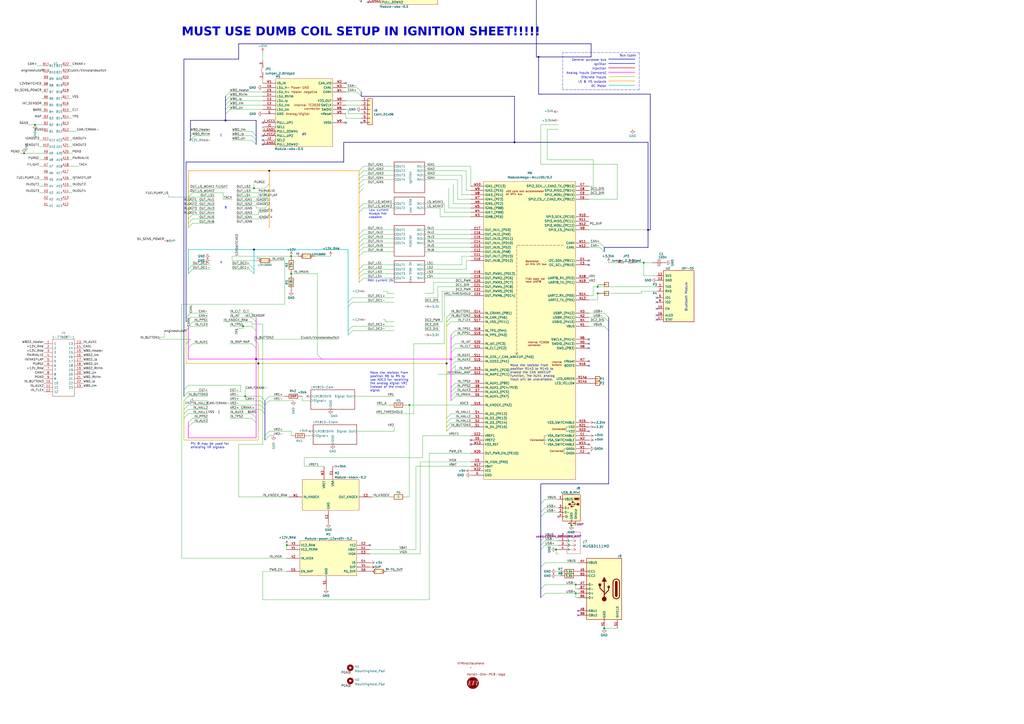
<source format=kicad_sch>
(kicad_sch (version 20231120) (generator "eeschema") (generator_version "8.0")
  (paper "A2")
  (junction (at 147.32 144.78))
  (junction (at 142.24 229.87))
  (junction (at 140.97 189.23))
  (junction (at 166.37 316.23))
  (junction (at 261.62 208.28) (color 255 0 255 1))
  (junction (at 147.32 109.22))
  (junction (at 168.91 158.75))
  (junction (at 350.52 364.49) (diameter 1.016))
  (junction (at 331.47 304.8) (diameter 1.016))
  (junction (at 259.08 210.82))
  (junction (at 375.92 133.35))
  (junction (at 373.38 152.4))
  (junction (at 346.71 170.18))
  (junction (at 191.77 -12.7))
  (junction (at 322.58 318.77) (diameter 1.016))
  (junction (at 334.01 344.17))
  (junction (at 20.32 72.39))
  (junction (at 312.42 33.02))
  (junction (at 346.71 166.37))
  (junction (at 156.21 99.06))
  (junction (at 149.86 210.82))
  (junction (at 148.59 208.28))
  (junction (at 168.91 148.59))
  (junction (at 13.97 88.9))
  (junction (at 270.51 -27.94))
  (junction (at 334.01 339.09))
  (junction (at 237.49 234.95))
  (junction (at 130.81 69.85))
  (junction (at 298.45 82.55))
  (no_connect (at 200.66 71.12))
  (no_connect (at 341.63 199.39))
  (no_connect (at 261.62 -34.29))
  (no_connect (at 152.4 71.12))
  (no_connect (at 341.63 250.19))
  (no_connect (at 381 182.88))
  (no_connect (at 273.05 257.81))
  (no_connect (at 335.28 356.87))
  (no_connect (at 200.66 48.26))
  (no_connect (at 341.63 196.85))
  (no_connect (at 341.63 201.93))
  (no_connect (at 341.63 209.55))
  (no_connect (at 152.4 81.28))
  (no_connect (at 213.36 -11.43))
  (no_connect (at 209.55 71.12))
  (no_connect (at 214.63 316.23))
  (no_connect (at 270.51 -11.43))
  (no_connect (at 261.62 -11.43))
  (no_connect (at 323.85 299.72))
  (no_connect (at 213.36 -3.81))
  (no_connect (at 381 172.72))
  (no_connect (at 341.63 153.67))
  (no_connect (at 341.63 212.09))
  (no_connect (at 152.4 78.74))
  (no_connect (at 381 179.07))
  (no_connect (at 341.63 257.81))
  (no_connect (at 381 185.42))
  (no_connect (at 152.4 83.82))
  (no_connect (at 213.36 1.27))
  (no_connect (at 341.63 151.13))
  (no_connect (at 381 175.26))
  (no_connect (at 213.36 -1.27))
  (no_connect (at 335.28 354.33))
  (no_connect (at 341.63 262.89))
  (no_connect (at 273.05 255.27))
  (bus_entry (at 264.16 227.33) (size -2.54 2.54))
  (bus_entry (at 133.35 60.96) (size -2.54 2.54))
  (bus_entry (at 207.01 -6.35) (size 2.54 2.54))
  (bus_entry (at 261.62 240.03) (size -2.54 2.54))
  (bus_entry (at 350.52 184.15) (size 2.54 2.54) (stroke (width 0.1524)))
  (bus_entry (at 210.82 96.52) (size -2.54 2.54))
  (bus_entry (at 210.82 143.51) (size -2.54 2.54))
  (bus_entry (at 156.21 118.11) (size -2.54 2.54))
  (bus_entry (at 109.22 229.87) (size -2.54 2.54))
  (bus_entry (at 111.76 199.39) (size -2.54 2.54))
  (bus_entry (at 261.62 245.11) (size -2.54 2.54))
  (bus_entry (at 110.49 196.85) (size -2.54 2.54))
  (bus_entry (at 261.62 247.65) (size -2.54 2.54))
  (bus_entry (at 210.82 118.11) (size -2.54 2.54))
  (bus_entry (at 316.23 339.09) (size -2.54 2.54) (stroke (width 0.1524)))
  (bus_entry (at 210.82 153.67) (size -2.54 2.54))
  (bus_entry (at 156.21 124.46) (size -2.54 2.54))
  (bus_entry (at 156.21 106.68) (size -2.54 2.54))
  (bus_entry (at 264.16 224.79) (size -2.54 2.54))
  (bus_entry (at 347.98 140.97) (size 2.54 2.54))
  (bus_entry (at 144.78 153.67) (size 2.54 2.54))
  (bus_entry (at 113.03 76.2) (size -2.54 2.54))
  (bus_entry (at 194.31 -21.59) (size -2.54 2.54))
  (bus_entry (at 111.76 127) (size -2.54 2.54))
  (bus_entry (at 111.76 116.84) (size -2.54 2.54))
  (bus_entry (at 146.05 189.23) (size 2.54 2.54))
  (bus_entry (at 264.16 222.25) (size -2.54 2.54))
  (bus_entry (at 151.13 237.49) (size 2.54 2.54))
  (bus_entry (at 316.23 344.17) (size -2.54 2.54) (stroke (width 0.1524)))
  (bus_entry (at 110.49 184.15) (size -2.54 2.54))
  (bus_entry (at 146.05 76.2) (size 2.54 2.54))
  (bus_entry (at 146.05 199.39) (size 2.54 2.54))
  (bus_entry (at 264.16 201.93) (size -2.54 2.54))
  (bus_entry (at 146.05 181.61) (size 2.54 2.54))
  (bus_entry (at 111.76 111.76) (size -2.54 2.54))
  (bus_entry (at 146.05 81.28) (size 2.54 2.54))
  (bus_entry (at 210.82 146.05) (size -2.54 2.54))
  (bus_entry (at 109.22 234.95) (size -2.54 2.54))
  (bus_entry (at 109.22 227.33) (size -2.54 2.54))
  (bus_entry (at 207.01 53.34) (size 2.54 2.54))
  (bus_entry (at 156.21 110.49) (size -2.54 2.54))
  (bus_entry (at 111.76 109.22) (size -2.54 2.54))
  (bus_entry (at 210.82 156.21) (size -2.54 2.54))
  (bus_entry (at 316.23 311.15) (size -2.54 2.54))
  (bus_entry (at 267.97 -31.75) (size 2.54 2.54))
  (bus_entry (at 110.49 189.23) (size -2.54 2.54))
  (bus_entry (at 194.31 -24.13) (size -2.54 2.54))
  (bus_entry (at 204.47 175.26) (size -2.54 2.54))
  (bus_entry (at 316.23 297.18) (size -2.54 2.54))
  (bus_entry (at 111.76 153.67) (size -2.54 2.54))
  (bus_entry (at 261.62 181.61) (size -2.54 2.54))
  (bus_entry (at 207.01 50.8) (size 2.54 2.54))
  (bus_entry (at 316.23 316.23) (size -2.54 2.54))
  (bus_entry (at 184.15 205.74) (size 2.54 2.54))
  (bus_entry (at 210.82 99.06) (size -2.54 2.54))
  (bus_entry (at 111.76 129.54) (size -2.54 2.54))
  (bus_entry (at 156.21 113.03) (size -2.54 2.54))
  (bus_entry (at 267.97 -29.21) (size 2.54 2.54))
  (bus_entry (at 111.76 124.46) (size -2.54 2.54))
  (bus_entry (at 264.16 207.01) (size -2.54 2.54))
  (bus_entry (at 350.52 181.61) (size 2.54 2.54) (stroke (width 0.1524)))
  (bus_entry (at 194.31 -29.21) (size -2.54 2.54))
  (bus_entry (at 194.31 -26.67) (size -2.54 2.54))
  (bus_entry (at 204.47 172.72) (size -2.54 2.54))
  (bus_entry (at 204.47 191.77) (size -2.54 2.54))
  (bus_entry (at 156.21 252.73) (size -2.54 2.54))
  (bus_entry (at 133.35 63.5) (size -2.54 2.54))
  (bus_entry (at 264.16 212.09) (size -2.54 2.54))
  (bus_entry (at 111.76 121.92) (size -2.54 2.54))
  (bus_entry (at 146.05 240.03) (size 2.54 2.54))
  (bus_entry (at 147.32 196.85) (size 2.54 2.54))
  (bus_entry (at 261.62 184.15) (size -2.54 2.54))
  (bus_entry (at 111.76 186.69) (size -2.54 2.54))
  (bus_entry (at 350.52 189.23) (size 2.54 2.54) (stroke (width 0.1524)))
  (bus_entry (at 146.05 242.57) (size 2.54 2.54))
  (bus_entry (at 156.21 250.19) (size -2.54 2.54))
  (bus_entry (at 261.62 186.69) (size -2.54 2.54))
  (bus_entry (at 264.16 194.31) (size -2.54 2.54))
  (bus_entry (at 210.82 104.14) (size -2.54 2.54))
  (bus_entry (at 316.23 289.56) (size -2.54 2.54))
  (bus_entry (at 210.82 158.75) (size -2.54 2.54))
  (bus_entry (at 151.13 232.41) (size 2.54 2.54))
  (bus_entry (at 111.76 242.57) (size -2.54 2.54))
  (bus_entry (at 210.82 140.97) (size -2.54 2.54))
  (bus_entry (at 144.78 156.21) (size 2.54 2.54))
  (bus_entry (at 210.82 138.43) (size -2.54 2.54))
  (bus_entry (at 210.82 109.22) (size -2.54 2.54))
  (bus_entry (at 264.16 229.87) (size -2.54 2.54))
  (bus_entry (at 173.99 -6.35) (size -2.54 2.54))
  (bus_entry (at 210.82 101.6) (size -2.54 2.54))
  (bus_entry (at 264.16 209.55) (size -2.54 2.54))
  (bus_entry (at 133.35 58.42) (size -2.54 2.54))
  (bus_entry (at 264.16 191.77) (size -2.54 2.54))
  (bus_entry (at 156.21 120.65) (size -2.54 2.54))
  (bus_entry (at 156.21 232.41) (size -2.54 2.54))
  (bus_entry (at 210.82 135.89) (size -2.54 2.54))
  (bus_entry (at 151.13 229.87) (size 2.54 2.54))
  (bus_entry (at 111.76 119.38) (size -2.54 2.54))
  (bus_entry (at 207.01 -3.81) (size 2.54 2.54))
  (bus_entry (at 316.23 326.39) (size -2.54 2.54) (stroke (width 0.1524)))
  (bus_entry (at 113.03 78.74) (size -2.54 2.54))
  (bus_entry (at 207.01 -1.27) (size 2.54 2.54))
  (bus_entry (at 210.82 106.68) (size -2.54 2.54))
  (bus_entry (at 173.99 -3.81) (size -2.54 2.54))
  (bus_entry (at 347.98 143.51) (size 2.54 2.54))
  (bus_entry (at 264.16 199.39) (size -2.54 2.54))
  (bus_entry (at 111.76 156.21) (size -2.54 2.54))
  (bus_entry (at 146.05 78.74) (size 2.54 2.54))
  (bus_entry (at 111.76 245.11) (size -2.54 2.54))
  (bus_entry (at 133.35 53.34) (size -2.54 2.54))
  (bus_entry (at 156.21 115.57) (size -2.54 2.54))
  (bus_entry (at 261.62 242.57) (size -2.54 2.54))
  (bus_entry (at 109.22 223.52) (size -2.54 2.54))
  (bus_entry (at 204.47 189.23) (size -2.54 2.54))
  (bus_entry (at 146.05 184.15) (size 2.54 2.54))
  (bus_entry (at 109.22 240.03) (size -2.54 2.54))
  (bus_entry (at 151.13 234.95) (size 2.54 2.54))
  (bus_entry (at 156.21 229.87) (size -2.54 2.54))
  (bus_entry (at 111.76 114.3) (size -2.54 2.54))
  (bus_entry (at 194.31 -19.05) (size -2.54 2.54))
  (bus_entry (at 109.22 237.49) (size -2.54 2.54))
  (bus_entry (at 133.35 55.88) (size -2.54 2.54))
  (bus_entry (at 210.82 120.65) (size -2.54 2.54))
  (bus_entry (at 210.82 133.35) (size -2.54 2.54))
  (bus_entry (at 110.49 181.61) (size -2.54 2.54))
  (bus_entry (at 316.23 313.69) (size -2.54 2.54))
  (bus_entry (at 316.23 294.64) (size -2.54 2.54))
  (bus_entry (at 210.82 161.29) (size -2.54 2.54))
  (wire (pts (xy 316.23 326.39) (xy 335.28 326.39)))
  (wire (pts (xy 120.65 186.69) (xy 111.76 186.69)))
  (wire (pts (xy 256.54 168.91) (xy 273.05 168.91)))
  (wire (pts (xy 223.52 186.69) (xy 228.6 186.69)))
  (bus (pts (xy 368.3 46.99) (xy 353.06 46.99)) (stroke (width 0.3048) (color 255 153 0 1)))
  (wire (pts (xy 134.62 76.2) (xy 146.05 76.2)))
  (wire (pts (xy 44.45 76.2) (xy 39.37 76.2)))
  (wire (pts (xy 129.54 186.69) (xy 146.05 186.69)))
  (wire (pts (xy 182.88 148.59) (xy 191.77 148.59)))
  (wire (pts (xy 261.62 -19.05) (xy 262.89 -19.05)))
  (bus (pts (xy 313.69 280.67) (xy 313.69 292.1)))
  (wire (pts (xy 200.66 66.04) (xy 200.66 68.58)))
  (wire (pts (xy 195.58 -3.81) (xy 207.01 -3.81)))
  (bus (pts (xy 313.69 316.23) (xy 313.69 318.77)))
  (bus (pts (xy 109.22 156.21) (xy 109.22 144.78)) (stroke (width 0) (color 0 194 194 1)))
  (wire (pts (xy 322.58 318.77) (xy 323.85 318.77)))
  (wire (pts (xy 214.63 318.77) (xy 241.3 318.77)))
  (wire (pts (xy 322.58 331.47) (xy 325.12 331.47)))
  (bus (pts (xy 313.69 280.67) (xy 353.06 280.67)))
  (wire (pts (xy 267.97 113.03) (xy 273.05 113.03)))
  (bus (pts (xy 259.08 242.57) (xy 259.08 245.11)) (stroke (width 0) (color 194 194 0 1)))
  (bus (pts (xy 313.69 328.93) (xy 313.69 341.63)))
  (wire (pts (xy 255.27 120.65) (xy 246.38 120.65)))
  (wire (pts (xy 129.54 115.57) (xy 134.62 115.57)))
  (wire (pts (xy 137.16 111.76) (xy 153.67 111.76)))
  (wire (pts (xy 246.38 158.75) (xy 273.05 158.75)))
  (bus (pts (xy 106.68 34.29) (xy 106.68 226.06)))
  (bus (pts (xy 368.3 44.45) (xy 353.06 44.45)) (stroke (width 0.3048) (color 194 194 0 1)))
  (wire (pts (xy 120.65 229.87) (xy 109.22 229.87)))
  (bus (pts (xy 208.28 135.89) (xy 208.28 138.43)) (stroke (width 0) (color 255 153 0 1)))
  (wire (pts (xy 24.13 64.77) (xy 25.4 64.77)))
  (wire (pts (xy 105.41 176.53) (xy 165.1 176.53)))
  (bus (pts (xy 375.92 133.35) (xy 375.92 82.55)))
  (wire (pts (xy 153.67 120.65) (xy 148.59 120.65)))
  (wire (pts (xy 256.54 186.69) (xy 256.54 168.91)))
  (wire (pts (xy 193.04 -34.29) (xy 199.39 -34.29)))
  (bus (pts (xy 350.52 143.51) (xy 375.92 143.51)))
  (wire (pts (xy 344.17 107.95) (xy 344.17 92.71)))
  (wire (pts (xy 273.05 125.73) (xy 255.27 125.73)))
  (wire (pts (xy 111.76 114.3) (xy 124.46 114.3)))
  (wire (pts (xy 261.62 247.65) (xy 273.05 247.65)))
  (bus (pts (xy 208.28 104.14) (xy 208.28 106.68)) (stroke (width 0) (color 255 153 0 1)))
  (wire (pts (xy 267.97 101.6) (xy 267.97 113.03)))
  (bus (pts (xy 156.21 113.03) (xy 156.21 115.57)) (stroke (width 0) (color 255 153 0 1)))
  (wire (pts (xy 152.4 347.98) (xy 248.92 347.98)))
  (wire (pts (xy 246.38 96.52) (xy 273.05 96.52)))
  (wire (pts (xy 264.16 214.63) (xy 264.16 212.09)))
  (wire (pts (xy 41.91 57.15) (xy 39.37 57.15)))
  (wire (pts (xy 341.63 173.99) (xy 346.71 173.99)))
  (bus (pts (xy 208.28 143.51) (xy 208.28 146.05)) (stroke (width 0) (color 255 153 0 1)))
  (polyline (pts (xy 370.84 30.48) (xy 326.39 30.48)) (stroke (width 0) (type dash)))
  (bus (pts (xy 153.67 234.95) (xy 153.67 237.49)))
  (wire (pts (xy 334.01 344.17) (xy 316.23 344.17)))
  (wire (pts (xy 210.82 120.65) (xy 228.6 120.65)))
  (wire (pts (xy 120.65 245.11) (xy 111.76 245.11)))
  (bus (pts (xy 377.19 54.61) (xy 377.19 133.35)))
  (wire (pts (xy 200.66 58.42) (xy 209.55 58.42)))
  (bus (pts (xy 109.22 189.23) (xy 109.22 201.93)) (stroke (width 0) (color 255 0 255 1)))
  (bus (pts (xy 156.21 118.11) (xy 156.21 120.65)) (stroke (width 0) (color 255 153 0 1)))
  (bus (pts (xy 130.81 66.04) (xy 130.81 69.85)))
  (wire (pts (xy 218.44 240.03) (xy 240.03 240.03)))
  (wire (pts (xy 368.3 152.4) (xy 373.38 152.4)))
  (wire (pts (xy 223.52 185.42) (xy 223.52 186.69)))
  (wire (pts (xy 264.16 207.01) (xy 273.05 207.01)))
  (wire (pts (xy 24.13 68.58) (xy 25.4 68.58)))
  (wire (pts (xy 210.82 99.06) (xy 228.6 99.06)))
  (bus (pts (xy 208.28 106.68) (xy 208.28 109.22)) (stroke (width 0) (color 255 153 0 1)))
  (bus (pts (xy 191.77 -21.59) (xy 191.77 -19.05)))
  (wire (pts (xy 195.58 -1.27) (xy 207.01 -1.27)))
  (wire (pts (xy 152.4 187.96) (xy 152.4 257.81)))
  (wire (pts (xy 372.11 168.91) (xy 372.11 170.18)))
  (wire (pts (xy 372.11 168.91) (xy 381 168.91)))
  (polyline (pts (xy 370.84 52.07) (xy 326.39 52.07)) (stroke (width 0) (type dash)))
  (wire (pts (xy 246.38 140.97) (xy 273.05 140.97)))
  (bus (pts (xy 199.39 82.55) (xy 199.39 93.98)))
  (wire (pts (xy 140.97 190.5) (xy 140.97 189.23)))
  (wire (pts (xy 120.65 181.61) (xy 110.49 181.61)))
  (bus (pts (xy 259.08 189.23) (xy 259.08 210.82)) (stroke (width 0) (color 194 194 0 1)))
  (wire (pts (xy 138.43 190.5) (xy 140.97 190.5)))
  (bus (pts (xy 109.22 144.78) (xy 147.32 144.78)) (stroke (width 0) (color 0 194 194 1)))
  (wire (pts (xy 109.22 114.3) (xy 111.76 114.3)))
  (wire (pts (xy 210.82 135.89) (xy 228.6 135.89)))
  (wire (pts (xy 24.13 60.96) (xy 25.4 60.96)))
  (wire (pts (xy 251.46 170.18) (xy 251.46 163.83)))
  (bus (pts (xy 156.21 124.46) (xy 156.21 132.08)) (stroke (width 0) (color 255 153 0 1)))
  (wire (pts (xy 251.46 163.83) (xy 273.05 163.83)))
  (wire (pts (xy 182.88 -6.35) (xy 173.99 -6.35)))
  (bus (pts (xy 208.28 99.06) (xy 156.21 99.06)) (stroke (width 0) (color 255 153 0 1)))
  (bus (pts (xy 148.59 242.57) (xy 148.59 245.11)) (stroke (width 0) (color 255 0 255 1)))
  (wire (pts (xy 204.47 191.77) (xy 228.6 191.77)))
  (wire (pts (xy 270.51 156.21) (xy 270.51 151.13)))
  (wire (pts (xy 20.32 72.39) (xy 25.4 72.39)))
  (bus (pts (xy 209.55 -1.27) (xy 209.55 1.27)))
  (wire (pts (xy 246.38 143.51) (xy 273.05 143.51)))
  (wire (pts (xy 149.86 123.19) (xy 153.67 123.19)))
  (wire (pts (xy 341.63 189.23) (xy 350.52 189.23)))
  (wire (pts (xy 240.03 199.39) (xy 257.81 199.39)))
  (wire (pts (xy 347.98 140.97) (xy 341.63 140.97)))
  (wire (pts (xy 22.86 85.09) (xy 25.4 85.09)))
  (bus (pts (xy 313.69 292.1) (xy 313.69 297.18)))
  (wire (pts (xy 226.06 288.29) (xy 215.9 288.29)))
  (wire (pts (xy 246.38 170.18) (xy 251.46 170.18)))
  (wire (pts (xy 241.3 270.51) (xy 273.05 270.51)))
  (wire (pts (xy 264.16 227.33) (xy 273.05 227.33)))
  (wire (pts (xy 323.85 311.15) (xy 316.23 311.15)))
  (wire (pts (xy 156.21 252.73) (xy 158.75 252.73)))
  (bus (pts (xy 109.22 111.76) (xy 109.22 114.3)) (stroke (width 0) (color 255 153 0 1)))
  (wire (pts (xy 344.17 92.71) (xy 317.5 92.71)))
  (bus (pts (xy 191.77 -26.67) (xy 191.77 -24.13)))
  (bus (pts (xy 109.22 201.93) (xy 109.22 208.28)) (stroke (width 0) (color 255 0 255 1)))
  (wire (pts (xy 240.03 240.03) (xy 240.03 199.39)))
  (wire (pts (xy 147.32 106.68) (xy 147.32 109.22)))
  (wire (pts (xy 265.43 104.14) (xy 265.43 115.57)))
  (wire (pts (xy 218.44 234.95) (xy 226.06 234.95)))
  (bus (pts (xy 298.45 55.88) (xy 298.45 82.55)))
  (wire (pts (xy 246.38 153.67) (xy 267.97 153.67)))
  (bus (pts (xy 109.22 124.46) (xy 109.22 127)) (stroke (width 0) (color 255 153 0 1)))
  (bus (pts (xy 148.59 186.69) (xy 148.59 191.77)) (stroke (width 0) (color 255 0 255 1)))
  (wire (pts (xy 262.89 -16.51) (xy 270.51 -16.51)))
  (wire (pts (xy 134.62 151.13) (xy 148.59 151.13)))
  (bus (pts (xy 138.43 25.4) (xy 342.9 25.4)))
  (wire (pts (xy 16.51 72.39) (xy 20.32 72.39)))
  (bus (pts (xy 311.15 -27.94) (xy 311.15 33.02)))
  (wire (pts (xy 195.58 -6.35) (xy 207.01 -6.35)))
  (wire (pts (xy 133.35 237.49) (xy 151.13 237.49)))
  (wire (pts (xy 152.4 35.56) (xy 152.4 30.48)))
  (wire (pts (xy 262.89 118.11) (xy 273.05 118.11)))
  (wire (pts (xy 140.97 189.23) (xy 146.05 189.23)))
  (wire (pts (xy 175.26 232.41) (xy 180.34 232.41)))
  (wire (pts (xy 133.35 229.87) (xy 142.24 229.87)))
  (wire (pts (xy 358.14 95.25) (xy 313.69 95.25)))
  (wire (pts (xy 246.38 189.23) (xy 255.27 189.23)))
  (wire (pts (xy 129.54 111.76) (xy 129.54 115.57)))
  (wire (pts (xy 346.71 166.37) (xy 381 166.37)))
  (bus (pts (xy 208.28 120.65) (xy 208.28 123.19)) (stroke (width 0) (color 255 153 0 1)))
  (wire (pts (xy 21.59 38.1) (xy 25.4 38.1)))
  (wire (pts (xy 254 166.37) (xy 273.05 166.37)))
  (wire (pts (xy 353.06 152.4) (xy 358.14 152.4)))
  (bus (pts (xy 208.28 146.05) (xy 208.28 148.59)) (stroke (width 0) (color 255 153 0 1)))
  (wire (pts (xy 261.62 181.61) (xy 273.05 181.61)))
  (wire (pts (xy 110.49 189.23) (xy 120.65 189.23)))
  (wire (pts (xy 261.62 -21.59) (xy 270.51 -21.59)))
  (wire (pts (xy 133.35 55.88) (xy 152.4 55.88)))
  (wire (pts (xy 254 217.17) (xy 273.05 217.17)))
  (wire (pts (xy 346.71 165.1) (xy 346.71 166.37)))
  (bus (pts (xy 148.59 69.85) (xy 130.81 69.85)))
  (wire (pts (xy 200.66 63.5) (xy 201.93 63.5)))
  (bus (pts (xy 209.55 -12.7) (xy 209.55 -3.81)))
  (wire (pts (xy 344.17 171.45) (xy 341.63 171.45)))
  (wire (pts (xy 237.49 234.95) (xy 273.05 234.95)))
  (wire (pts (xy 133.35 181.61) (xy 146.05 181.61)))
  (bus (pts (xy 156.21 106.68) (xy 156.21 110.49)) (stroke (width 0) (color 255 153 0 1)))
  (bus (pts (xy 130.81 58.42) (xy 130.81 60.96)))
  (wire (pts (xy 120.65 199.39) (xy 111.76 199.39)))
  (wire (pts (xy 194.31 -19.05) (xy 213.36 -19.05)))
  (wire (pts (xy 156.21 250.19) (xy 168.91 250.19)))
  (wire (pts (xy 341.63 115.57) (xy 358.14 115.57)))
  (bus (pts (xy 186.69 208.28) (xy 261.62 208.28)) (stroke (width 0) (color 255 0 255 1)))
  (wire (pts (xy 323.85 316.23) (xy 316.23 316.23)))
  (bus (pts (xy 208.28 123.19) (xy 208.28 135.89)) (stroke (width 0) (color 255 153 0 1)))
  (wire (pts (xy 267.97 153.67) (xy 267.97 148.59)))
  (wire (pts (xy 341.63 110.49) (xy 350.52 110.49)))
  (wire (pts (xy 257.81 118.11) (xy 257.81 123.19)))
  (bus (pts (xy 191.77 -12.7) (xy 171.45 -12.7)))
  (bus (pts (xy 375.92 133.35) (xy 377.19 133.35)))
  (wire (pts (xy 260.35 109.22) (xy 260.35 120.65)))
  (wire (pts (xy 137.16 114.3) (xy 153.67 114.3)))
  (bus (pts (xy 191.77 -24.13) (xy 191.77 -21.59)))
  (wire (pts (xy 246.38 138.43) (xy 273.05 138.43)))
  (wire (pts (xy 224.79 331.47) (xy 233.68 331.47)))
  (bus (pts (xy 171.45 -3.81) (xy 171.45 -1.27)))
  (wire (pts (xy 153.67 111.76) (xy 153.67 113.03)))
  (wire (pts (xy 246.38 172.72) (xy 254 172.72)))
  (wire (pts (xy 39.37 81.28) (xy 41.91 81.28)))
  (wire (pts (xy 168.91 158.75) (xy 184.15 158.75)))
  (wire (pts (xy 175.26 229.87) (xy 175.26 232.41)))
  (wire (pts (xy 210.82 143.51) (xy 228.6 143.51)))
  (wire (pts (xy 210.82 101.6) (xy 228.6 101.6)))
  (wire (pts (xy 267.97 -31.75) (xy 261.62 -31.75)))
  (bus (pts (xy 353.06 184.15) (xy 353.06 186.69)))
  (bus (pts (xy 199.39 93.98) (xy 107.95 93.98)))
  (bus (pts (xy 191.77 -19.05) (xy 191.77 -16.51)))
  (bus (pts (xy 261.62 224.79) (xy 261.62 227.33)) (stroke (width 0) (color 255 0 255 1)))
  (wire (pts (xy 120.65 242.57) (xy 111.76 242.57)))
  (wire (pts (xy 133.35 184.15) (xy 146.05 184.15)))
  (wire (pts (xy 246.38 146.05) (xy 273.05 146.05)))
  (wire (pts (xy 133.35 58.42) (xy 152.4 58.42)))
  (wire (pts (xy 137.16 119.38) (xy 148.59 119.38)))
  (wire (pts (xy 257.81 123.19) (xy 273.05 123.19)))
  (wire (pts (xy 262.89 -19.05) (xy 262.89 -16.51)))
  (bus (pts (xy 209.55 55.88) (xy 298.45 55.88)))
  (bus (pts (xy 109.22 114.3) (xy 109.22 116.84)) (stroke (width 0) (color 255 153 0 1)))
  (bus (pts (xy 148.59 81.28) (xy 148.59 83.82)))
  (wire (pts (xy 153.67 114.3) (xy 153.67 115.57)))
  (wire (pts (xy 111.76 109.22) (xy 132.08 109.22)))
  (wire (pts (xy 267.97 -29.21) (xy 261.62 -29.21)))
  (bus (pts (xy 259.08 247.65) (xy 259.08 250.19)) (stroke (width 0) (color 194 194 0 1)))
  (wire (pts (xy 92.71 195.58) (xy 92.71 196.85)))
  (wire (pts (xy 142.24 226.06) (xy 142.24 229.87)))
  (wire (pts (xy 207.01 53.34) (xy 200.66 53.34)))
  (wire (pts (xy 194.31 -26.67) (xy 213.36 -26.67)))
  (bus (pts (xy 298.45 82.55) (xy 199.39 82.55)))
  (wire (pts (xy 134.62 156.21) (xy 144.78 156.21)))
  (bus (pts (xy 342.9 33.02) (xy 312.42 33.02)))
  (wire (pts (xy 22.86 107.95) (xy 25.4 107.95)))
  (bus (pts (xy 208.28 148.59) (xy 208.28 156.21)) (stroke (width 0) (color 255 153 0 1)))
  (wire (pts (xy 142.24 229.87) (xy 151.13 229.87)))
  (wire (pts (xy 341.63 113.03) (xy 350.52 113.03)))
  (bus (pts (xy 110.49 69.85) (xy 110.49 78.74)))
  (wire (pts (xy 41.91 38.1) (xy 39.37 38.1)))
  (wire (pts (xy 248.92 262.89) (xy 273.05 262.89)))
  (wire (pts (xy 243.84 321.31) (xy 243.84 267.97)))
  (wire (pts (xy 210.82 104.14) (xy 228.6 104.14)))
  (wire (pts (xy 147.32 109.22) (xy 153.67 109.22)))
  (bus (pts (xy 312.42 54.61) (xy 377.19 54.61)))
  (wire (pts (xy 224.79 168.91) (xy 224.79 170.18)))
  (wire (pts (xy 138.43 288.29) (xy 138.43 257.81)))
  (wire (pts (xy 22.86 92.71) (xy 25.4 92.71)))
  (bus (pts (xy 261.62 209.55) (xy 261.62 212.09)) (stroke (width 0) (color 255 0 255 1)))
  (wire (pts (xy 137.16 116.84) (xy 153.67 116.84)))
  (wire (pts (xy 179.07 252.73) (xy 181.61 252.73)))
  (wire (pts (xy 346.71 170.18) (xy 346.71 173.99)))
  (wire (pts (xy 152.4 347.98) (xy 152.4 331.47)))
  (wire (pts (xy 347.98 143.51) (xy 341.63 143.51)))
  (bus (pts (xy 109.22 121.92) (xy 109.22 124.46)) (stroke (width 0) (color 255 153 0 1)))
  (wire (pts (xy 210.82 133.35) (xy 228.6 133.35)))
  (wire (pts (xy 335.28 341.63) (xy 334.01 341.63)))
  (wire (pts (xy 39.37 104.14) (xy 41.91 104.14)))
  (wire (pts (xy 246.38 101.6) (xy 267.97 101.6)))
  (wire (pts (xy 153.67 116.84) (xy 153.67 118.11)))
  (wire (pts (xy 317.5 74.93) (xy 323.85 74.93)))
  (wire (pts (xy 137.16 124.46) (xy 149.86 124.46)))
  (polyline (pts (xy 370.84 30.48) (xy 370.84 52.07)) (stroke (width 0) (type dash)))
  (wire (pts (xy 133.35 60.96) (xy 152.4 60.96)))
  (bus (pts (xy 201.93 191.77) (xy 201.93 194.31)) (stroke (width 0) (color 0 194 194 1)))
  (bus (pts (xy 149.86 199.39) (xy 149.86 210.82)) (stroke (width 0) (color 194 194 0 1)))
  (wire (pts (xy 209.55 -34.29) (xy 213.36 -34.29)))
  (bus (pts (xy 208.28 101.6) (xy 208.28 104.14)) (stroke (width 0) (color 255 153 0 1)))
  (wire (pts (xy 341.63 107.95) (xy 344.17 107.95)))
  (wire (pts (xy 236.22 288.29) (xy 237.49 288.29)))
  (wire (pts (xy 24.13 49.53) (xy 25.4 49.53)))
  (bus (pts (xy 156.21 115.57) (xy 156.21 118.11)) (stroke (width 0) (color 255 153 0 1)))
  (wire (pts (xy 156.21 232.41) (xy 170.18 232.41)))
  (bus (pts (xy 148.59 184.15) (xy 148.59 186.69)) (stroke (width 0) (color 255 0 255 1)))
  (bus (pts (xy 109.22 99.06) (xy 109.22 111.76)) (stroke (width 0) (color 255 153 0 1)))
  (wire (pts (xy 200.66 60.96) (xy 209.55 60.96)))
  (bus (pts (xy 313.69 297.18) (xy 313.69 299.72)))
  (wire (pts (xy 261.62 240.03) (xy 273.05 240.03)))
  (wire (pts (xy 246.38 156.21) (xy 270.51 156.21)))
  (bus (pts (xy 368.3 34.29) (xy 353.06 34.29)))
  (wire (pts (xy 196.85 196.85) (xy 147.32 196.85)))
  (bus (pts (xy 208.28 156.21) (xy 208.28 158.75)) (stroke (width 0) (color 255 153 0 1)))
  (bus (pts (xy 201.93 175.26) (xy 201.93 177.8)) (stroke (width 0) (color 0 194 194 1)))
  (bus (pts (xy 149.86 255.27) (xy 106.68 255.27)) (stroke (width 0) (color 194 194 0 1)))
  (wire (pts (xy 245.11 265.43) (xy 176.53 265.43)))
  (wire (pts (xy 137.16 127) (xy 153.67 127)))
  (wire (pts (xy 138.43 288.29) (xy 167.64 288.29)))
  (wire (pts (xy 210.82 138.43) (xy 228.6 138.43)))
  (bus (pts (xy 153.67 255.27) (xy 153.67 252.73)))
  (wire (pts (xy 111.76 111.76) (xy 129.54 111.76)))
  (wire (pts (xy 261.62 242.57) (xy 273.05 242.57)))
  (wire (pts (xy 257.81 171.45) (xy 273.05 171.45)))
  (bus (pts (xy 261.62 229.87) (xy 261.62 232.41)) (stroke (width 0) (color 255 0 255 1)))
  (wire (pts (xy 323.85 313.69) (xy 316.23 313.69)))
  (bus (pts (xy 109.22 127) (xy 109.22 129.54)) (stroke (width 0) (color 255 153 0 1)))
  (wire (pts (xy 39.37 92.71) (xy 41.91 92.71)))
  (wire (pts (xy 322.58 334.01) (xy 325.12 334.01)))
  (bus (pts (xy 130.81 55.88) (xy 130.81 58.42)))
  (wire (pts (xy 265.43 115.57) (xy 273.05 115.57)))
  (wire (pts (xy 246.38 99.06) (xy 270.51 99.06)))
  (wire (pts (xy 260.35 120.65) (xy 273.05 120.65)))
  (wire (pts (xy 176.53 270.51) (xy 187.96 270.51)))
  (wire (pts (xy 41.91 64.77) (xy 39.37 64.77)))
  (wire (pts (xy 124.46 116.84) (xy 111.76 116.84)))
  (bus (pts (xy 208.28 161.29) (xy 208.28 163.83)) (stroke (width 0) (color 255 153 0 1)))
  (wire (pts (xy 134.62 148.59) (xy 134.62 151.13)))
  (bus (pts (xy 342.9 25.4) (xy 342.9 33.02)))
  (bus (pts (xy 147.32 144.78) (xy 201.93 144.78)) (stroke (width 0) (color 0 194 194 1)))
  (wire (pts (xy 204.47 189.23) (xy 228.6 189.23)))
  (wire (pts (xy 214.63 321.31) (xy 243.84 321.31)))
  (bus (pts (xy 153.67 232.41) (xy 153.67 234.95)))
  (wire (pts (xy 210.82 146.05) (xy 228.6 146.05)))
  (wire (pts (xy 373.38 152.4) (xy 373.38 160.02)))
  (wire (pts (xy 22.86 104.14) (xy 25.4 104.14)))
  (wire (pts (xy 105.41 323.85) (xy 105.41 176.53)))
  (wire (pts (xy 241.3 318.77) (xy 241.3 270.51)))
  (wire (pts (xy 152.4 45.72) (xy 152.4 48.26)))
  (wire (pts (xy 322.58 321.31) (xy 322.58 318.77)))
  (wire (pts (xy 133.35 199.39) (xy 146.05 199.39)))
  (wire (pts (xy 264.16 229.87) (xy 273.05 229.87)))
  (wire (pts (xy 134.62 78.74) (xy 146.05 78.74)))
  (wire (pts (xy 24.13 57.15) (xy 25.4 57.15)))
  (wire (pts (xy 133.35 63.5) (xy 152.4 63.5)))
  (bus (pts (xy 261.62 204.47) (xy 261.62 208.28)) (stroke (width 0) (color 255 0 255 1)))
  (wire (pts (xy 228.6 247.65) (xy 228.6 250.19)))
  (wire (pts (xy 237.49 234.95) (xy 237.49 288.29)))
  (bus (pts (xy 259.08 186.69) (xy 259.08 189.23)) (stroke (width 0) (color 194 194 0 1)))
  (wire (pts (xy 133.35 53.34) (xy 152.4 53.34)))
  (wire (pts (xy 222.25 168.91) (xy 224.79 168.91)))
  (wire (pts (xy 334.01 339.09) (xy 316.23 339.09)))
  (wire (pts (xy 166.37 316.23) (xy 166.37 318.77)))
  (wire (pts (xy 39.37 88.9) (xy 41.91 88.9)))
  (bus (pts (xy 368.3 49.53) (xy 353.06 49.53)) (stroke (width 0.3048) (color 0 194 194 1)))
  (wire (pts (xy 313.69 95.25) (xy 313.69 72.39)))
  (bus (pts (xy 208.28 99.06) (xy 208.28 101.6)) (stroke (width 0) (color 255 153 0 1)))
  (bus (pts (xy 148.59 69.85) (xy 148.59 78.74)))
  (bus (pts (xy 130.81 60.96) (xy 130.81 63.5)))
  (bus (pts (xy 156.21 120.65) (xy 156.21 124.46)) (stroke (width 0) (color 255 153 0 1)))
  (wire (pts (xy 246.38 104.14) (xy 265.43 104.14)))
  (wire (pts (xy 39.37 111.76) (xy 41.91 111.76)))
  (wire (pts (xy 248.92 347.98) (xy 248.92 262.89)))
  (wire (pts (xy 22.86 96.52) (xy 25.4 96.52)))
  (bus (pts (xy 109.22 158.75) (xy 109.22 156.21)) (stroke (width 0) (color 0 194 194 1)))
  (wire (pts (xy 358.14 364.49) (xy 350.52 364.49)))
  (wire (pts (xy 344.17 166.37) (xy 346.71 166.37)))
  (wire (pts (xy 97.79 113.03) (xy 97.79 114.3)))
  (wire (pts (xy 264.16 191.77) (xy 273.05 191.77)))
  (bus (pts (xy 107.95 184.15) (xy 107.95 186.69)))
  (bus (pts (xy 191.77 -16.51) (xy 191.77 -12.7)))
  (wire (pts (xy 257.81 199.39) (xy 257.81 171.45)))
  (wire (pts (xy 313.69 72.39) (xy 323.85 72.39)))
  (bus (pts (xy 270.51 -29.21) (xy 270.51 -27.94)))
  (wire (pts (xy 264.16 194.31) (xy 273.05 194.31)))
  (bus (pts (xy 148.59 208.28) (xy 148.59 242.57)) (stroke (width 0) (color 255 0 255 1)))
  (bus (pts (xy 368.3 39.37) (xy 353.06 39.37)) (stroke (width 0.3048) (color 255 0 0 1)))
  (wire (pts (xy 121.92 156.21) (xy 111.76 156.21)))
  (wire (pts (xy 344.17 166.37) (xy 344.17 171.45)))
  (wire (pts (xy 341.63 184.15) (xy 350.52 184.15)))
  (polyline (pts (xy 326.39 52.07) (xy 326.39 30.48)) (stroke (width 0) (type dash)))
  (wire (pts (xy 264.16 224.79) (xy 273.05 224.79)))
  (wire (pts (xy 264.16 201.93) (xy 273.05 201.93)))
  (wire (pts (xy 267.97 148.59) (xy 273.05 148.59)))
  (bus (pts (xy 261.62 227.33) (xy 261.62 229.87)) (stroke (width 0) (color 255 0 255 1)))
  (wire (pts (xy 41.91 68.58) (xy 39.37 68.58)))
  (wire (pts (xy 246.38 135.89) (xy 273.05 135.89)))
  (wire (pts (xy 222.25 185.42) (xy 223.52 185.42)))
  (bus (pts (xy 109.22 129.54) (xy 109.22 132.08)) (stroke (width 0) (color 255 153 0 1)))
  (bus (pts (xy 148.59 208.28) (xy 186.69 208.28)) (stroke (width 0) (color 255 0 255 1)))
  (bus (pts (xy 353.06 186.69) (xy 353.06 191.77)))
  (wire (pts (xy 204.47 172.72) (xy 228.6 172.72)))
  (wire (pts (xy 341.63 186.69) (xy 350.52 186.69)))
  (wire (pts (xy 133.35 234.95) (xy 151.13 234.95)))
  (wire (pts (xy 97.79 114.3) (xy 109.22 114.3)))
  (bus (pts (xy 106.68 229.87) (xy 106.68 226.06)))
  (bus (pts (xy 375.92 143.51) (xy 375.92 133.35)))
  (wire (pts (xy 335.28 339.09) (xy 334.01 339.09)))
  (wire (pts (xy 39.37 96.52) (xy 45.72 96.52)))
  (bus (pts (xy 109.22 116.84) (xy 109.22 119.38)) (stroke (width 0) (color 255 153 0 1)))
  (wire (pts (xy 39.37 107.95) (xy 41.91 107.95)))
  (wire (pts (xy 261.62 -16.51) (xy 261.62 -13.97)))
  (wire (pts (xy 39.37 85.09) (xy 41.91 85.09)))
  (wire (pts (xy 168.91 250.19) (xy 168.91 252.73)))
  (wire (pts (xy 194.31 -29.21) (xy 213.36 -29.21)))
  (bus (pts (xy 368.3 41.91) (xy 353.06 41.91)) (stroke (width 0.3048) (color 255 0 255 1)))
  (bus (pts (xy 259.08 245.11) (xy 259.08 247.65)) (stroke (width 0) (color 194 194 0 1)))
  (wire (pts (xy 341.63 181.61) (xy 350.52 181.61)))
  (wire (pts (xy 152.4 331.47) (xy 166.37 331.47)))
  (wire (pts (xy 138.43 257.81) (xy 152.4 257.81)))
  (wire (pts (xy 341.63 133.35) (xy 375.92 133.35)))
  (wire (pts (xy 207.01 250.19) (xy 228.6 250.19)))
  (bus (pts (xy 107.95 191.77) (xy 107.95 199.39)) (stroke (width 0) (color 194 194 0 1)))
  (bus (pts (xy 261.62 196.85) (xy 261.62 201.93)) (stroke (width 0) (color 255 0 255 1)))
  (wire (pts (xy 134.62 153.67) (xy 144.78 153.67)))
  (wire (pts (xy 224.79 170.18) (xy 228.6 170.18)))
  (bus (pts (xy 106.68 242.57) (xy 106.68 255.27)) (stroke (width 0) (color 194 194 0 1)))
  (bus (pts (xy 109.22 208.28) (xy 148.59 208.28)) (stroke (width 0) (color 255 0 255 1)))
  (wire (pts (xy 317.5 92.71) (xy 317.5 74.93)))
  (wire (pts (xy 334.01 341.63) (xy 334.01 339.09)))
  (bus (pts (xy 313.69 318.77) (xy 313.69 328.93)))
  (bus (pts (xy 313.69 299.72) (xy 313.69 313.69)))
  (wire (pts (xy 133.35 242.57) (xy 146.05 242.57)))
  (wire (pts (xy 270.51 151.13) (xy 273.05 151.13)))
  (bus (pts (xy 138.43 34.29) (xy 138.43 25.4)))
  (wire (pts (xy 109.22 223.52) (xy 139.7 223.52)))
  (wire (pts (xy 105.41 323.85) (xy 166.37 323.85)))
  (wire (pts (xy 335.28 344.17) (xy 334.01 344.17)))
  (wire (pts (xy 270.51 99.06) (xy 270.51 110.49)))
  (wire (pts (xy 134.62 148.59) (xy 168.91 148.59)))
  (wire (pts (xy 184.15 158.75) (xy 184.15 205.74)))
  (wire (pts (xy 133.35 189.23) (xy 140.97 189.23)))
  (bus (pts (xy 149.86 210.82) (xy 149.86 255.27)) (stroke (width 0) (color 194 194 0 1)))
  (wire (pts (xy 273.05 214.63) (xy 264.16 214.63)))
  (wire (pts (xy 210.82 118.11) (xy 228.6 118.11)))
  (wire (pts (xy 124.46 121.92) (xy 111.76 121.92)))
  (wire (pts (xy 176.53 265.43) (xy 176.53 270.51)))
  (wire (pts (xy 194.31 -24.13) (xy 213.36 -24.13)))
  (bus (pts (xy 148.59 78.74) (xy 148.59 81.28)))
  (wire (pts (xy 335.28 346.71) (xy 334.01 346.71)))
  (bus (pts (xy 148.59 191.77) (xy 148.59 201.93)) (stroke (width 0) (color 255 0 255 1)))
  (wire (pts (xy 255.27 125.73) (xy 255.27 120.65)))
  (bus (pts (xy 312.42 33.02) (xy 312.42 54.61)))
  (wire (pts (xy 261.62 245.11) (xy 273.05 245.11)))
  (wire (pts (xy 205.74 229.87) (xy 228.6 229.87)))
  (wire (pts (xy 264.16 222.25) (xy 273.05 222.25)))
  (wire (pts (xy 24.13 53.34) (xy 25.4 53.34)))
  (wire (pts (xy 316.23 289.56) (xy 323.85 289.56)))
  (wire (pts (xy 120.65 234.95) (xy 109.22 234.95)))
  (wire (pts (xy 373.38 160.02) (xy 381 160.02)))
  (wire (pts (xy 120.65 184.15) (xy 110.49 184.15)))
  (bus (pts (xy 153.67 252.73) (xy 153.67 240.03)))
  (bus (pts (xy 259.08 210.82) (xy 149.86 210.82)) (stroke (width 0) (color 194 194 0 1)))
  (bus (pts (xy 209.55 53.34) (xy 209.55 55.88)))
  (bus (pts (xy 270.51 -27.94) (xy 311.15 -27.94)))
  (bus (pts (xy 107.95 199.39) (xy 107.95 210.82)) (stroke (width 0) (color 194 194 0 1)))
  (bus (pts (xy 368.3 36.83) (xy 353.06 36.83)) (stroke (width 0.3048) (color 0 0 255 1)))
  (bus (pts (xy 261.62 194.31) (xy 261.62 196.85)) (stroke (width 0) (color 255 0 255 1)))
  (bus (pts (xy 130.81 63.5) (xy 130.81 66.04)))
  (wire (pts (xy 201.93 66.04) (xy 209.55 66.04)))
  (wire (pts (xy 254 172.72) (xy 254 166.37)))
  (wire (pts (xy 113.03 232.41) (xy 120.65 232.41)))
  (wire (pts (xy 264.16 209.55) (xy 273.05 209.55)))
  (wire (pts (xy 334.01 304.8) (xy 331.47 304.8)))
  (wire (pts (xy 148.59 120.65) (xy 148.59 119.38)))
  (bus (pts (xy 147.32 144.78) (xy 147.32 156.21)) (stroke (width 0) (color 0 194 194 1)))
  (wire (pts (xy 124.46 129.54) (xy 111.76 129.54)))
  (bus (pts (xy 148.59 254) (xy 109.22 254)) (stroke (width 0) (color 255 0 255 1)))
  (wire (pts (xy 246.38 175.26) (xy 255.27 175.26)))
  (wire (pts (xy 273.05 96.52) (xy 273.05 107.95)))
  (bus (pts (xy 109.22 247.65) (xy 109.22 254)) (stroke (width 0) (color 255 0 255 1)))
  (wire (pts (xy 261.62 186.69) (xy 273.05 186.69)))
  (wire (pts (xy 133.35 232.41) (xy 151.13 232.41)))
  (bus (pts (xy 110.49 78.74) (xy 110.49 81.28)))
  (wire (pts (xy 11.43 88.9) (xy 13.97 88.9)))
  (wire (pts (xy 204.47 175.26) (xy 228.6 175.26)))
  (wire (pts (xy 323.85 297.18) (xy 316.23 297.18)))
  (wire (pts (xy 95.25 195.58) (xy 95.25 193.04)))
  (bus (pts (xy 109.22 99.06) (xy 156.21 99.06)) (stroke (width 0) (color 255 153 0 1)))
  (bus (pts (xy 106.68 237.49) (xy 106.68 240.03)) (stroke (width 0) (color 194 194 0 1)))
  (wire (pts (xy 246.38 186.69) (xy 256.54 186.69)))
  (bus (pts (xy 106.68 240.03) (xy 106.68 242.57)) (stroke (width 0) (color 194 194 0 1)))
  (bus (pts (xy 107.95 93.98) (xy 107.95 184.15)))
  (bus (pts (xy 148.59 201.93) (xy 148.59 208.28)) (stroke (width 0) (color 255 0 255 1)))
  (wire (pts (xy 245.11 252.73) (xy 273.05 252.73)))
  (bus (pts (xy 109.22 119.38) (xy 109.22 121.92)) (stroke (width 0) (color 255 153 0 1)))
  (wire (pts (xy 213.36 -8.89) (xy 213.36 -6.35)))
  (bus (pts (xy 208.28 111.76) (xy 208.28 120.65)) (stroke (width 0) (color 255 153 0 1)))
  (wire (pts (xy 134.62 81.28) (xy 146.05 81.28)))
  (wire (pts (xy 210.82 96.52) (xy 228.6 96.52)))
  (wire (pts (xy 207.01 50.8) (xy 200.66 50.8)))
  (bus (pts (xy 353.06 280.67) (xy 353.06 191.77)))
  (wire (pts (xy 210.82 153.67) (xy 228.6 153.67)))
  (wire (pts (xy 270.51 110.49) (xy 273.05 110.49)))
  (bus (pts (xy 270.51 -27.94) (xy 270.51 -26.67)))
  (bus (pts (xy 261.62 208.28) (xy 261.62 209.55)) (stroke (width 0) (color 255 0 255 1)))
  (bus (pts (xy 375.92 82.55) (xy 298.45 82.55)))
  (wire (pts (xy 146.05 186.69) (xy 146.05 187.96)))
  (wire (pts (xy 261.62 -13.97) (xy 270.51 -13.97)))
  (wire (pts (xy 323.85 294.64) (xy 316.23 294.64)))
  (wire (pts (xy 372.11 170.18) (xy 346.71 170.18)))
  (wire (pts (xy 158.75 151.13) (xy 165.1 151.13)))
  (wire (pts (xy 182.88 -3.81) (xy 173.99 -3.81)))
  (wire (pts (xy 124.46 127) (xy 111.76 127)))
  (wire (pts (xy 92.71 196.85) (xy 110.49 196.85)))
  (wire (pts (xy 156.21 229.87) (xy 165.1 229.87)))
  (wire (pts (xy 210.82 140.97) (xy 228.6 140.97)))
  (bus (pts (xy 209.55 -3.81) (xy 209.55 -1.27)))
  (wire (pts (xy 210.82 158.75) (xy 228.6 158.75)))
  (bus (pts (xy 313.69 341.63) (xy 313.69 346.71)))
  (wire (pts (xy 22.86 81.28) (xy 25.4 81.28)))
  (bus (pts (xy 261.62 201.93) (xy 261.62 204.47)) (stroke (width 0) (color 255 0 255 1)))
  (bus (pts (xy 261.62 212.09) (xy 261.62 214.63)) (stroke (width 0) (color 255 0 255 1)))
  (wire (pts (xy 121.92 78.74) (xy 113.03 78.74)))
  (wire (pts (xy 149.86 124.46) (xy 149.86 123.19)))
  (wire (pts (xy 133.35 227.33) (xy 139.7 227.33)))
  (wire (pts (xy 261.62 -24.13) (xy 270.51 -24.13)))
  (wire (pts (xy 124.46 119.38) (xy 111.76 119.38)))
  (bus (pts (xy 259.08 210.82) (xy 259.08 242.57)) (stroke (width 0) (color 194 194 0 1)))
  (wire (pts (xy 246.38 161.29) (xy 273.05 161.29)))
  (bus (pts (xy 313.69 313.69) (xy 313.69 316.23)))
  (wire (pts (xy 194.31 -21.59) (xy 213.36 -21.59)))
  (wire (pts (xy 334.01 346.71) (xy 334.01 344.17)))
  (wire (pts (xy 22.86 111.76) (xy 25.4 111.76)))
  (wire (pts (xy 358.14 115.57) (xy 358.14 95.25)))
  (wire (pts (xy 378.46 152.4) (xy 373.38 152.4)))
  (wire (pts (xy 120.65 237.49) (xy 109.22 237.49)))
  (wire (pts (xy 246.38 118.11) (xy 257.81 118.11)))
  (wire (pts (xy 13.97 88.9) (xy 25.4 88.9)))
  (wire (pts (xy 262.89 106.68) (xy 262.89 118.11)))
  (bus (pts (xy 208.28 158.75) (xy 208.28 161.29)) (stroke (width 0) (color 255 153 0 1)))
  (wire (pts (xy 120.65 240.03) (xy 109.22 240.03)))
  (wire (pts (xy 152.4 73.66) (xy 152.4 76.2)))
  (wire (pts (xy 168.91 148.59) (xy 172.72 148.59)))
  (bus (pts (xy 171.45 -12.7) (xy 171.45 -3.81)))
  (bus (pts (xy 106.68 232.41) (xy 106.68 237.49)) (stroke (width 0) (color 194 194 0 1)))
  (bus (pts (xy 156.21 110.49) (xy 156.21 113.03)) (stroke (width 0) (color 255 153 0 1)))
  (wire (pts (xy 200.66 68.58) (xy 209.55 68.58)))
  (wire (pts (xy 165.1 176.53) (xy 165.1 151.13)))
  (bus (pts (xy 109.22 245.11) (xy 109.22 247.65)) (stroke (width 0) (color 255 0 255 1)))
  (bus (pts (xy 153.67 237.49) (xy 153.67 240.03)))
  (bus (pts (xy 148.59 245.11) (xy 148.59 254)) (stroke (width 0) (color 255 0 255 1)))
  (bus (pts (xy 201.93 144.78) (xy 201.93 175.26)) (stroke (width 0) (color 0 194 194 1)))
  (wire (pts (xy 264.16 199.39) (xy 273.05 199.39)))
  (bus (pts (xy 156.21 99.06) (xy 156.21 106.68)) (stroke (width 0) (color 255 153 0 1)))
  (wire (pts (xy 120.65 227.33) (xy 109.22 227.33)))
  (wire (pts (xy 210.82 161.29) (xy 228.6 161.29)))
  (wire (pts (xy 133.35 240.03) (xy 146.05 240.03)))
  (wire (pts (xy 121.92 153.67) (xy 111.76 153.67)))
  (wire (pts (xy 323.85 321.31) (xy 322.58 321.31)))
  (bus (pts (xy 147.32 156.21) (xy 147.32 158.75)) (stroke (width 0) (color 0 194 194 1)))
  (bus (pts (xy 138.43 34.29) (xy 106.68 34.29)))
  (bus (pts (xy 350.52 146.05) (xy 350.52 143.51)))
  (wire (pts (xy 139.7 227.33) (xy 139.7 223.52)))
  (wire (pts (xy 201.93 63.5) (xy 201.93 66.04)))
  (bus (pts (xy 208.28 109.22) (xy 208.28 111.76)) (stroke (width 0) (color 255 153 0 1)))
  (wire (pts (xy 261.62 184.15) (xy 273.05 184.15)))
  (wire (pts (xy 124.46 124.46) (xy 111.76 124.46)))
  (bus (pts (xy 261.62 214.63) (xy 261.62 224.79)) (stroke (width 0) (color 255 0 255 1)))
  (wire (pts (xy 237.49 234.95) (xy 236.22 234.95)))
  (wire (pts (xy 210.82 156.21) (xy 228.6 156.21)))
  (bus (pts (xy 259.08 184.15) (xy 259.08 186.69)) (stroke (width 0) (color 194 194 0 1)))
  (wire (pts (xy 121.92 76.2) (xy 113.03 76.2)))
  (bus (pts (xy 107.95 210.82) (xy 149.86 210.82)) (stroke (width 0) (color 194 194 0 1)))
  (wire (pts (xy 243.84 267.97) (xy 273.05 267.97)))
  (wire (pts (xy 146.05 187.96) (xy 152.4 187.96)))
  (wire (pts (xy 246.38 133.35) (xy 273.05 133.35)))
  (bus (pts (xy 201.93 177.8) (xy 201.93 191.77)) (stroke (width 0) (color 0 194 194 1)))
  (bus (pts (xy 130.81 69.85) (xy 110.49 69.85)))
  (wire (pts (xy 137.16 109.22) (xy 147.32 109.22)))
  (bus (pts (xy 208.28 138.43) (xy 208.28 140.97)) (stroke (width 0) (color 255 153 0 1)))
  (wire (pts (xy 92.71 195.58) (xy 95.25 195.58)))
  (bus (pts (xy 209.55 -12.7) (xy 191.77 -12.7)))
  (bus (pts (xy 311.15 33.02) (xy 312.42 33.02)))
  (bus (pts (xy 208.28 140.97) (xy 208.28 143.51)) (stroke (width 0) (color 255 153 0 1)))
  (wire (pts (xy 245.11 252.73) (xy 245.11 265.43)))
  (wire (pts (xy 246.38 191.77) (xy 255.27 191.77)))
  (text "Bluetooth Module" (at 398.78 163.83 90) (effects (font (size 1.27 1.27)) (justify right bottom)))
  (text "Analog inputs (sensors)" (at 351.79 43.18 0) (effects (font (size 1.27 1.27)) (justify right bottom)))
  (text "E" (at 127.635 79.375 0) (effects (font (size 1.27 1.27)) (justify left bottom)))
  (text "General purpose bus" (at 351.79 35.56 0) (effects (font (size 1.27 1.27)) (justify right bottom)))
  (text "Pin 8 may be used for \nshielding VR signals" (at 110.49 260.35 0) (effects (font (size 1.27 1.27)) (justify left bottom)))
  (text "Discrete inputs" (at 351.79 45.72 0) (effects (font (size 1.27 1.27)) (justify right bottom)))
  (text "Move the resistor from\nposition R143 to R145 to\nenable the CAN WAKEUP\nfunction. The AUX1 analog\ninput will be unavailable." (at 295.91 220.98 0) (effects (font (size 1.27 1.27)) (justify left bottom)))
  (text "E" (at 188.595 -3.175 0) (effects (font (size 1.27 1.27)) (justify left bottom)))
  (text "LS & HS outputs" (at 351.79 48.26 0) (effects (font (size 1.27 1.27)) (justify right bottom)))
  (text "Low current\nAlways hot\ncapable" (at 213.9203 126.8284 0) (effects (font (size 1.27 1.27)) (justify left bottom)))
  (text "#0" (at 238.76 -3.81 0) (effects (font (size 1.27 1.27)) (justify right bottom)))
  (text "MAX current 2A" (at 213.0961 163.5524 0) (effects (font (size 1.27 1.27)) (justify left bottom)))
  (text "A" (at 127.635 153.035 0) (effects (font (size 1.27 1.27)) (justify left bottom)))
  (text "MUST USE DUMB COIL SETUP IN IGNITION SHEET!!!!!" (at 105.41 22.86 0) (effects (font (size 5 5) (thickness 1) (bold yes)) (justify left bottom)))
  (text "Move the resistor from\nposition R6 to R5 to\nuse ADC3 for receiving\nthe analog signal VR1\ninstead of the knock\nsignal" (at 214.63 227.33 0) (effects (font (size 1.27 1.27)) (justify left bottom)))
  (text "DC Motor" (at 351.79 50.8 0) (effects (font (size 1.27 1.27)) (justify right bottom)))
  (text "C" (at 126.365 240.03 0) (effects (font (size 1.27 1.27)) (justify left bottom)))
  (text "Injection" (at 351.79 40.64 0) (effects (font (size 1.27 1.27)) (justify right bottom)))
  (text "#0" (at 177.8 78.74 0) (effects (font (size 1.27 1.27)) (justify right bottom)))
  (text "Ignition" (at 351.79 38.1 0) (effects (font (size 1.27 1.27)) (justify right bottom)))
  (text "B" (at 130.175 121.285 0) (effects (font (size 1.27 1.27)) (justify left bottom)))
  (text "Bus types" (at 359.41 33.02 0) (effects (font (size 1.27 1.27)) (justify left bottom)))
  (label "IGNOUT4" (at 149.86 127 0))
  (label "INJOUT4" (at 114.3 124.46 180))
  (label "OUT_IGN5" (at 137.16 121.92 0))
  (label "CAN+" (at 347.98 140.97 180))
  (label "OUT_DC2+" (at 134.62 153.67 0))
  (label "PWR_EN" (at 156.21 331.47 0))
  (label "OUT_INJ4" (at 124.46 124.46 180))
  (label "WBO_Ip" (at 133.35 58.42 0))
  (label "CRANK+" (at 139.7 237.49 0))
  (label "INTAKEFLAP" (at 25.4 209.55 180))
  (label "PGND" (at 203.2 398.78 180))
  (label "IN_FLEX" (at 273.05 186.69 180))
  (label "VR1-" (at 158.75 232.41 0))
  (label "USB-" (at 322.58 297.18 180))
  (label "engineshutoff" (at 95.25 193.04 0))
  (label "INJOUT1" (at 22.86 107.95 180))
  (label "OUT_IGN4" (at 213.36 104.14 0))
  (label "DC2_PWM" (at 264.16 168.91 0))
  (label "IN_PPS1" (at 273.05 194.31 180))
  (label "IGN2" (at 247.65 99.06 0))
  (label "IN_BUTTON2" (at 273.05 184.15 180))
  (label "VSS" (at 41.91 57.15 0))
  (label "WBO_Rtrim" (at 48.26 219.71 0))
  (label "USB+" (at 316.23 316.23 0))
  (label "OUT_INJ5" (at 213.36 143.51 0))
  (label "IN_MAP" (at 273.05 214.63 180))
  (label "CAM+" (at 21.59 38.1 180))
  (label "WBO2_Rtrim" (at 194.31 -26.67 0))
  (label "FUELPUMP_LS" (at 97.79 113.03 180))
  (label "WBO2_Un" (at 48.26 212.09 0))
  (label "TPS" (at 41.91 68.58 0))
  (label "OUT_DC1+" (at 134.62 156.21 0))
  (label "VR1_THRESHOLD" (at 233.68 240.03 180))
  (label "CAN-" (at 120.65 181.61 180))
  (label "TPS" (at 138.43 190.5 270))
  (label "INJ3" (at 247.65 138.43 0))
  (label "OUT_IGN3" (at 213.36 101.6 0))
  (label "USB+" (at 322.58 294.64 180))
  (label "OUT_INJ6" (at 124.46 129.54 180))
  (label "PWR_EN" (at 260.35 262.89 0))
  (label "VBUS" (at 344.17 189.23 0))
  (label "OUT_INJ3" (at 124.46 121.92 180))
  (label "DC1_DIS" (at 246.38 175.26 0))
  (label "MAP" (at 24.13 68.58 180))
  (label "PAIRVALVE" (at 25.4 207.01 180))
  (label "INJ1" (at 247.65 133.35 0))
  (label "IN_AUX3" (at 133.35 240.03 0))
  (label "OUT_IGN5" (at 213.36 106.68 0))
  (label "IGNOUT3" (at 149.86 123.19 0))
  (label "WBO2_Heater" (at 182.88 -6.35 180))
  (label "IGNOUT2" (at 41.91 85.09 0))
  (label "IN_TPS1" (at 273.05 191.77 180))
  (label "WBO2_Vm" (at 48.26 207.01 0))
  (label "PGND" (at 25.4 219.71 180))
  (label "CLT" (at 41.91 64.77 0))
  (label "OUT_IGN3" (at 137.16 124.46 0))
  (label "VR2+" (at 133.35 237.49 0))
  (label "IN_VIGN" (at 165.1 151.13 180))
  (label "IN_BUTTON1" (at 92.71 196.85 180))
  (label "WBO2_Rtrim" (at 48.26 214.63 0))
  (label "VBUS" (at 317.5 289.56 0))
  (label "OUT_IGN1" (at 137.16 116.84 0))
  (label "OUT_LS1" (at 124.46 114.3 180))
  (label "TACH" (at 134.62 115.57 180))
  (label "WBO2_Un" (at 195.58 -1.27 0))
  (label "IN_CLT" (at 139.7 181.61 180))
  (label "OUT_DC2+" (at 213.36 189.23 0))
  (label "FUELPUMP_LS" (at 22.86 104.14 180))
  (label "WBO_Rtrim" (at 133.35 55.88 0))
  (label "BARO" (at 143.51 240.03 0))
  (label "VR2+" (at 158.75 250.19 0))
  (label "OUT_INJ3" (at 213.36 138.43 0))
  (label "USB-" (at 334.01 339.09 180))
  (label "CAM{slash}CRANK-" (at 142.24 226.06 0))
  (label "LS3" (at 247.65 158.75 0))
  (label "IGN1" (at 247.65 96.52 0))
  (label "INJOUT2" (at 41.91 107.95 0))
  (label "IN_BUTTON3" (at 120.65 229.87 180))
  (label "ADC3" (at 266.7 234.95 0))
  (label "SGND" (at 16.51 72.39 180))
  (label "IN_PPS2" (at 273.05 224.79 180))
  (label "WBO2_Heater" (at 25.4 199.39 180))
  (label "IN_CLT" (at 273.05 201.93 180))
  (label "PGND" (at 25.4 76.2 180))
  (label "VR2-" (at 133.35 234.95 0))
  (label "VR1" (at 341.63 161.29 0))
  (label "FILIGHT" (at 22.86 96.52 180))
  (label "USB-" (at 316.23 313.69 0))
  (label "OUT_IGN6" (at 137.16 129.54 0))
  (label "EGT-" (at 133.35 227.33 0))
  (label "WBO2_Un" (at 194.31 -19.05 0))
  (label "VR1-" (at 133.35 229.87 0))
  (label "CAN+" (at 207.01 53.34 180))
  (label "CAN+" (at 120.65 184.15 180))
  (label "OUT_DC2-" (at 121.92 153.67 180))
  (label "OUT_LS4" (at 213.36 161.29 0))
  (label "Clutch{slash}kickstandswitch" (at 196.85 196.85 180))
  (label "VREF1" (at 260.35 252.73 0))
  (label "WBO2_Ip" (at 48.26 209.55 0))
  (label "INJ2" (at 247.65 135.89 0))
  (label "IN_AUX1" (at 48.26 199.39 0))
  (label "CAM{slash}CRANK-" (at 44.45 76.2 0))
  (label "5V_SENS_POWER" (at 95.25 139.7 180))
  (label "OUT_DC1+" (at 213.36 172.72 0))
  (label "CAM{slash}CRANK-" (at 133.35 234.95 180))
  (label "WBO2_Rtrim" (at 182.88 -3.81 180))
  (label "IN_BUTTON3" (at 25.4 222.25 180))
  (label "IN_KNOCK_RAW" (at 129.54 186.69 0))
  (label "IN_TPS2" (at 273.05 222.25 180))
  (label "WBO2_Ip" (at 194.31 -24.13 0))
  (label "WBO2_Vm" (at 194.31 -21.59 0))
  (label "PAIRVALVE" (at 149.86 111.76 0))
  (label "DC2_PWM" (at 246.38 186.69 0))
  (label "DC2_DIS" (at 246.38 191.77 0))
  (label "PG_5VP" (at 233.68 331.47 180))
  (label "OUT_IGN4" (at 137.16 127 0))
  (label "IN_PPS2" (at 120.65 242.57 180))
  (label "VBAT" (at 260.35 270.51 0))
  (label "PGND" (at 11.43 88.9 180))
  (label "IN_AUX2" (at 273.05 209.55 180))
  (label "INTERNAL_MAP" (at 273.05 217.17 180))
  (label "VREF1" (at 179.07 270.51 0))
  (label "WBO2_Vm" (at 195.58 -6.35 0))
  (label "LS4" (at 247.65 161.29 0))
  (label "IN_HALL2" (at 120.65 237.49 180))
  (label "MAP" (at 140.97 199.39 0))
  (label "IAT_SENSOR" (at 142.24 184.15 0))
  (label "USB+" (at 334.01 344.17 180))
  (label "VR2" (at 341.63 163.83 0))
  (label "IN_FLEX" (at 120.65 189.23 180))
  (label "LS1" (at 247.65 153.67 0))
  (label "EGT+" (at 120.65 227.33 180))
  (label "CANH" (at 110.49 184.15 270))
  (label "VBUS" (at 321.31 311.15 180))
  (label "IN_KNOCK_RAW" (at 152.4 288.29 0))
  (label "OUT_LS_WEAK1" (at 124.46 109.22 180))
  (label "INJOUT3" (at 114.3 121.92 180))
  (label "IN_VMAIN" (at 179.07 158.75 180))
  (label "VR1_THRESHOLD" (at 273.05 171.45 180))
  (label "OUT_INJ1" (at 124.46 116.84 180))
  (label "CRANK+" (at 41.91 38.1 0))
  (label "VR1+" (at 133.35 232.41 0))
  (label "OUT_LS3" (at 213.36 158.75 0))
  (label "CAN-" (at 347.98 143.51 180))
  (label "WBO_Un" (at 48.26 217.17 0))
  (label "INJOUT2" (at 114.3 119.38 180))
  (label "PAIRVALVE" (at 41.91 92.71 0))
  (label "OUT_DC2-" (at 213.36 191.77 0))
  (label "IN_AUX3" (at 273.05 227.33 180))
  (label "OUT_LS_WEAK2" (at 124.46 111.76 180))
  (label "VR1" (at 228.6 229.87 180))
  (label "OUT_DC1-" (at 121.92 156.21 180))
  (label "IN_AUX2" (at 120.65 245.11 180))
  (label "IN_HALL3" (at 120.65 234.95 180))
  (label "USB+" (at 344.17 181.61 0))
  (label "IN_TPS2" (at 133.35 242.57 0))
  (label "CANL" (at 111.76 181.61 90))
  (label "OUT_LS3" (at 137.16 111.76 0))
  (label "CAM+" (at 142.24 232.41 0))
  (label "WBO_Ip" (at 134.62 78.74 0))
  (label "WBO2_Heater" (at 194.31 -29.21 0))
  (label "DC1_DIS" (at 350.52 110.49 180))
  (label "INJ6" (at 247.65 146.05 0))
  (label "IN_AUX1" (at 120.65 199.39 180))
  (label "DC1_DIR" (at 264.16 166.37 0))
  (label "INJ5" (at 247.65 143.51 0))
  (label "VIGN" (at 236.22 321.31 180))
  (label "CLT" (at 140.97 181.61 0))
  (label "WBO_Rtrim" (at 121.92 78.74 180))
  (label "DC2_DIR" (at 350.52 113.03 180))
  (label "WBO_Ip" (at 48.26 222.25 0))
  (label "VIGN" (at 260.35 267.97 0))
  (label "+12V_RAW" (at 25.4 204.47 180))
  (label "PURGE" (at 22.86 92.71 180))
  (label "CANL" (at 48.26 201.93 0))
  (label "INJOUT3" (at 22.86 111.76 180))
  (label "OUT_IGN1" (at 213.36 96.52 0))
  (label "FILIGHT" (at 132.08 109.22 180))
  (label "IN_HALL1" (at 120.65 240.03 180))
  (label "OUT_IGN2" (at 137.16 119.38 0))
  (label "OUT_LS_WEAK1" (at 213.36 118.11 0))
  (label "IGNOUT1" (at 22.86 85.09 180))
  (label "CAN+" (at 267.97 -29.21 180))
  (label "OUT_INJ5" (at 124.46 127 180))
  (label "IN_TPS1" (at 133.35 189.23 0))
  (label "LS_WEAK1" (at 247.65 118.11 0))
  (label "WBO_Vm" (at 133.35 60.96 0))
  (label "CAN-" (at 207.01 50.8 180))
  (label "LS_WEAK2" (at 247.65 120.65 0))
  (label "IN_KNOCK" (at 226.06 288.29 180))
  (label "OUT_INJ2" (at 213.36 135.89 0))
  (label "IN_VIGN" (at 156.21 323.85 0))
  (label "IN_PPS1" (at 120.65 186.69 180))
  (label "USB-" (at 344.17 184.15 0))
  (label "IGNOUT1" (at 148.59 116.84 0))
  (label "VR2" (at 228.6 247.65 180))
  (label "WBO_Un" (at 134.62 81.28 0))
  (label "12VSWITCHED" (at 24.13 49.53 180))
  (label "VSS" (at 120.65 240.03 0))
  (label "OUT_INJ4" (at 213.36 140.97 0))
  (label "DC2_DIR" (at 246.38 189.23 0))
  (label "VBUS" (at 328.93 326.39 0))
  (label "OUT_LS4" (at 137.16 114.3 0))
  (label "PGND" (at 41.91 88.9 0))
  (label "IN_BUTTON2" (at 147.32 196.85 0))
  (label "5V_SENS_POWER" (at 24.13 53.34 180))
  (label "IAT_SENSOR" (at 24.13 60.96 180))
  (label "IGNOUT3" (at 22.86 81.28 180))
  (label "INJOUT1" (at 114.3 116.84 180))
  (label "PURGE" (at 147.32 106.68 0))
  (label "DC1_PWM" (at 264.16 163.83 0))
  (label "IN_HALL3" (at 273.05 245.11 180))
  (label "CAN-" (at 267.97 -31.75 180))
  (label "engineshutoff" (at 25.4 41.91 180))
  (label "IN_IAT" (at 133.35 184.15 0))
  (label "+12V_RAW" (at 25.4 214.63 180))
  (label "IGN3" (at 247.65 101.6 0))
  (label "IN_HALL2" (at 273.05 242.57 180))
  (label "VR1_A" (at 218.44 234.95 0))
  (label "PGND" (at 203.2 391.16 180))
  (label "PG_5VP" (at 349.25 130.81 180))
  (label "INJ4" (at 247.65 140.97 0))
  (label "IN_VMAIN" (at 273.05 229.87 180))
  (label "OUT_INJ2" (at 124.46 119.38 180))
  (label "IN_IAT" (at 273.05 199.39 180))
  (label "OUT_LS1" (at 213.36 153.67 0))
  (label "OUT_IGN2" (at 213.36 99.06 0))
  (label "DC2_DIS" (at 350.52 186.69 180))
  (label "IN_BUTTON3" (at 273.05 247.65 180))
  (label "IN_BUTTON1" (at 273.05 181.61 180))
  (label "12VSWITCHED" (at 138.43 148.59 90))
  (label "OUT_INJ1" (at 213.36 133.35 0))
  (label "OUT_LS2" (at 213.36 156.21 0))
  (label "LS2" (at 247.65 156.21 0))
  (label "INJOUT4" (at 41.91 111.76 0))
  (label "WBO_Heater" (at 48.26 204.47 0))
  (label "IN_HALL1" (at 273.05 240.03 180))
  (label "IGNOUT4" (at 41.91 81.28 0))
  (label "WBO_Heater" (at 121.92 76.2 180))
  (label "IGN4" (at 247.65 104.14 0))
  (label "CANH" (at 25.4 217.17 180))
  (label "WBO2_Ip" (at 195.58 -3.81 0))
  (label "WBO_Heater" (at 133.35 53.34 0))
  (label "OUT_LS_WEAK2" (at 213.36 120.65 0))
  (label "VBAT" (at 236.22 318.77 180))
  (label "WBO_Vm" (at 134.62 76.2 0))
  (label "WBO_Vm" (at 48.26 224.79 0))
  (label "Clutch{slash}kickstandswitch" (at 39.37 41.91 0))
  (label "IGNOUT2" (at 148.59 119.38 0))
  (label "INTAKEFLAP" (at 41.91 104.14 0))
  (label "IN_AUX2" (at 25.4 224.79 180))
  (label "INTAKEFLAP" (at 149.86 114.3 0))
  (label "VR1+" (at 158.75 229.87 0))
  (label "OUT_LS2" (at 137.16 109.22 0))
  (label "TACH" (at 45.72 96.52 0))
  (label "+12V_RAW" (at 25.4 201.93 180))
  (label "IN_AUX1" (at 273.05 207.01 180))
  (label "VR2-" (at 158.75 252.73 0))
  (label "BARO" (at 24.13 64.77 180))
  (label "IN_MAP" (at 133.35 199.39 0))
  (label "PURGE" (at 25.4 212.09 180))
  (label "IN_FLEX" (at 25.4 227.33 180))
  (label "OUT_INJ6" (at 213.36 146.05 0))
  (label "WBO_Un" (at 133.35 63.5 0))
  (label "OUT_DC1-" (at 213.36 175.26 0))
  (symbol (lib_id "hellen-one-common:Pad") (at 351.79 165.1 0) (unit 1)
    (property "Reference" "P3" (at 378.46 165.1 0) (effects (justify left)))
    (property "Value" "Pad" (effects (hide yes)))
    (property "Footprint" "hellen-one-common:PAD-TH" (effects (hide yes)))
  )
  (symbol (lib_id "hellen-one-common:Res") (at 168.91 252.73 0) (unit 1)
    (property "Reference" "R41" (at 173.736 255.778 0))
    (property "Value" "0" (effects (hide yes)))
    (property "Footprint" "Resistor_SMD:R_0402_1005Metric" (effects (hide yes)))
    (property "MyComment" "DNP" (at 173.99 252.73 0))
  )
  (symbol (lib_id "power:+3.3VA") (at 341.63 245.11 270) (unit 1)
    (property "Reference" "#PWR047" (effects (hide yes)))
    (property "Value" "+3.3VA" (at 344.17 245.11 90) (effects (justify left)))
  )
  (symbol (lib_id "power:GND") (at 193.04 257.81 0) (mirror y) (unit 1)
    (property "Reference" "#PWR015" (effects (hide yes)))
    (property "Value" "GND" (at 192.9892 261.7534 0))
  )
  (symbol (lib_id "power:GND") (at 386.08 152.4 90) (mirror x) (unit 1)
    (property "Reference" "#PWR055" (effects (hide yes)))
    (property "Value" "GND" (at 390.0234 152.4508 0))
  )
  (symbol (lib_id "power:+12V") (at 212.09 168.91 90) (unit 1)
    (property "Reference" "#PWR032" (effects (hide yes)))
    (property "Value" "+12V" (at 209.55 168.91 90) (effects (justify left)))
  )
  (symbol (lib_id "power:+5V") (at 214.63 326.39 270) (unit 1)
    (property "Reference" "#PWR034" (effects (hide yes)))
    (property "Value" "+5V" (at 219.71 326.39 90))
  )
  (symbol (lib_id "hellen-one-common:Res") (at 226.06 234.95 0) (unit 1)
    (property "Reference" "R5" (at 231.14 232.41 0))
    (property "Value" "0" (effects (hide yes)))
    (property "Footprint" "hellen-one-common:R0603" (effects (hide yes)))
    (property "MyComment" "DNP" (at 231.14 234.95 0))
  )
  (symbol (lib_id "power:GND") (at 152.4 50.8 270) (mirror x) (unit 1)
    (property "Reference" "#PWR018" (effects (hide yes)))
    (property "Value" "GND" (at 148.59 50.8 90) (effects (justify right)))
  )
  (symbol (lib_id "power:GND") (at 350.52 364.49 0) (mirror y) (unit 1)
    (property "Reference" "#PWR053" (effects (hide yes)))
    (property "Value" "GND" (at 350.4692 368.4334 0))
  )
  (symbol (lib_id "power:GND") (at 213.36 -16.51 270) (mirror x) (unit 1)
    (property "Reference" "#PWR07" (effects (hide yes)))
    (property "Value" "GND" (at 209.55 -16.51 90) (effects (justify right)))
  )
  (symbol (lib_id "power:+5VA") (at 341.63 252.73 270) (mirror x) (unit 1)
    (property "Reference" "#PWR049" (effects (hide yes)))
    (property "Value" "+5VA" (at 347.2244 252.3617 90))
  )
  (symbol (lib_id "power:+5VA") (at 323.85 64.77 90) (unit 1)
    (property "Reference" "#PWR044" (effects (hide yes)))
    (property "Value" "+5VA" (at 318.2556 64.4017 90))
  )
  (symbol (lib_id "Connector:USB_C_Receptacle_USB2.0") (at 350.52 341.63 0) (mirror y) (unit 1)
    (property "Reference" "J9" (at 359.41 322.58 0))
    (property "Value" "USB_C_Receptacle_USB2.0" (effects (hide yes)))
    (property "Footprint" "Connector_USB:USB_C_Receptacle_XKB_U262-16XN-4BVC11" (effects (hide yes)))
    (property "Datasheet" "https://www.usb.org/sites/default/files/documents/usb_type-c.zip" (effects (hide yes)))
    (property "LCSC" "C2927038" (effects (hide yes)))
  )
  (symbol (lib_id "power:GND") (at 121.92 148.59 270) (mirror x) (unit 1)
    (property "Reference" "#PWR012" (effects (hide yes)))
    (property "Value" "GND" (at 116.84 148.59 90))
  )
  (symbol (lib_id "power:+5VP") (at 214.63 328.93 270) (unit 1)
    (property "Reference" "#PWR035" (effects (hide yes)))
    (property "Value" "+5VP" (at 218.44 328.93 90))
  )
  (symbol (lib_id "power:GND") (at 121.92 151.13 270) (mirror x) (unit 1)
    (property "Reference" "#PWR013" (effects (hide yes)))
    (property "Value" "GND" (at 116.84 151.13 90))
  )
  (symbol (lib_id "power:GND") (at 322.58 331.47 270) (mirror x) (unit 1)
    (property "Reference" "#PWR042" (effects (hide yes)))
    (property "Value" "GND" (at 317.5 331.47 90))
  )
  (symbol (lib_id "power:GND") (at 322.58 318.77 270) (mirror x) (unit 1)
    (property "Reference" "#PWR041" (effects (hide yes)))
    (property "Value" "GND" (at 318.6366 318.7192 0))
  )
  (symbol (lib_id "Mechanical:MountingHole_Pad") (at 203.2 388.62 0) (unit 1)
    (property "Reference" "H1" (at 205.74 386.715 0) (effects (justify left)))
    (property "Value" "MountingHole_Pad" (at 205.74 389.255 0) (effects (justify left)))
    (property "Footprint" "MountingHole:MountingHole_3.2mm_M3_DIN965_Pad" (effects (hide yes)))
  )
  (symbol (lib_id "power:+5V") (at 273.05 273.05 90) (mirror x) (unit 1)
    (property "Reference" "#PWR038" (effects (hide yes)))
    (property "Value" "+5V" (at 267.97 273.05 90))
  )
  (symbol (lib_id "hellen-one-common:Res") (at 226.06 288.29 0) (unit 1)
    (property "Reference" "R6" (at 231.14 285.75 0))
    (property "Value" "0" (at 231.14 288.29 0))
    (property "Footprint" "hellen-one-common:R0603" (effects (hide yes)))
    (property "LCSC" "C21189" (effects (hide yes)))
  )
  (symbol (lib_id "hellen-one-common:Pad") (at 346.71 219.71 0) (unit 1)
    (property "Reference" "P1" (at 347.98 219.71 0) (effects (justify left)))
    (property "Value" "Pad" (effects (hide yes)))
    (property "Footprint" "hellen-one-common:PAD-TH" (effects (hide yes)))
  )
  (symbol (lib_id "hellen-one-common:+12V_RAW") (at 121.92 81.28 90) (unit 1)
    (property "Reference" "#PWR011" (effects (hide yes)))
    (property "Value" "+12V_RAW" (at 119.38 81.28 90) (effects (justify left)))
  )
  (symbol (lib_id "power:+3.3VA") (at 323.85 69.85 90) (mirror x) (unit 1)
    (property "Reference" "#PWR045" (effects (hide yes)))
    (property "Value" "+3.3VA" (at 321.31 69.85 90) (effects (justify left)))
  )
  (symbol (lib_id "hellen-one-common:Pad") (at 351.79 170.18 0) (unit 1)
    (property "Reference" "P4" (at 378.46 170.18 0) (effects (justify left)))
    (property "Value" "Pad" (effects (hide yes)))
    (property "Footprint" "hellen-one-common:PAD-TH" (effects (hide yes)))
  )
  (symbol (lib_id "power:GND") (at 189.23 341.63 0) (mirror y) (unit 1)
    (property "Reference" "#PWR027" (effects (hide yes)))
    (property "Value" "GND" (at 189.1792 345.5734 0))
  )
  (symbol (lib_id "power:GND") (at 13.97 88.9 180) (unit 1)
    (property "Reference" "#PWR02" (effects (hide yes)))
    (property "Value" "GND" (at 15.24 85.09 90))
  )
  (symbol (lib_id "hellen-one-wbo-0.5:Module-wbo-0.5") (at 193.04 45.72 0) (mirror y) (unit 1)
    (property "Reference" "M5" (at 161.29 44.45 0))
    (property "Value" "Module-wbo-0.5" (at 167.64 86.36 0))
    (property "Footprint" "hellen-one-wbo-0.5:wbo" (effects (hide yes)))
  )
  (symbol (lib_id "power:GND") (at 367.03 74.93 0) (mirror y) (unit 1)
    (property "Reference" "#PWR056" (effects (hide yes)))
    (property "Value" "GND" (at 366.9792 78.8734 0))
  )
  (symbol (lib_id "power:GND") (at 113.03 232.41 270) (mirror x) (unit 1)
    (property "Reference" "#PWR03" (effects (hide yes)))
    (property "Value" "GND" (at 109.22 233.68 90))
  )
  (symbol (lib_id "hellen-one-common:+12V_RAW") (at 191.77 148.59 0) (unit 1)
    (property "Reference" "#PWR029" (effects (hide yes)))
    (property "Value" "+12V_RAW" (at 187.0583 144.1449 0) (effects (justify left)))
  )
  (symbol (lib_id "hellen-one-common:Cap") (at 382.27 152.4 0) (mirror y) (unit 1)
    (property "Reference" "C1" (at 382.27 147.32 0) (effects (justify right)))
    (property "Value" "100n" (at 381.8977 149.2095 0) (effects (justify right)))
    (property "Footprint" "hellen-one-common:C0603" (effects (hide yes)))
    (property "LCSC" "C14663" (effects (hide yes)))
  )
  (symbol (lib_id "Jumper:Jumper_2_Bridged") (at 363.22 152.4 0) (unit 1)
    (property "Reference" "JP3" (at 363.22 148.59 0))
    (property "Value" "Jumper_2_Bridged" (at 363.22 151.13 0))
    (property "Footprint" "Connector_PinHeader_2.54mm:PinHeader_1x02_P2.54mm_Vertical" (effects (hide yes)))
  )
  (symbol (lib_id "power:+12V") (at 212.09 185.42 90) (unit 1)
    (property "Reference" "#PWR033" (effects (hide yes)))
    (property "Value" "+12V" (at 209.55 185.42 90) (effects (justify left)))
  )
  (symbol (lib_id "hellen-one-knock-0.2:Module-knock-0.2") (at 175.26 278.13 0) (unit 1)
    (property "Reference" "M2" (at 194.0561 274.4406 0) (effects (justify left)))
    (property "Value" "Module-knock-0.2" (at 203.2 276.86 0))
    (property "Footprint" "hellen-one-knock-0.2:knock" (effects (hide yes)))
  )
  (symbol (lib_id "power:+5VA") (at 193.04 -34.29 0) (mirror y) (unit 1)
    (property "Reference" "#PWR05" (effects (hide yes)))
    (property "Value" "+5VA" (at 193.04 -39.37 0))
  )
  (symbol (lib_id "power:GND") (at 152.4 66.04 270) (mirror x) (unit 1)
    (property "Reference" "#PWR019" (effects (hide yes)))
    (property "Value" "GND" (at 148.59 66.04 90) (effects (justify right)))
  )
  (symbol (lib_id "hellen-one-wbo-0.5:Module-wbo-0.5") (at 254 -36.83 0) (mirror y) (unit 1)
    (property "Reference" "M7" (at 222.25 -38.1 0))
    (property "Value" "Module-wbo-0.5" (at 228.6 3.81 0))
    (property "Footprint" "hellen-one-wbo-0.5:wbo" (effects (hide yes)))
  )
  (symbol (lib_id "power:GND") (at 273.05 275.59 270) (mirror x) (unit 1)
    (property "Reference" "#PWR039" (effects (hide yes)))
    (property "Value" "GND" (at 269.24 275.59 90) (effects (justify right)))
  )
  (symbol (lib_id "customparts:VFR_PCB") (at 39.37 104.14 90) (unit 1)
    (property "Reference" "U1" (at 32.385 36.83 90))
    (property "Value" "~" (at 43.18 104.14 0))
    (property "Footprint" "Customparts:VFRboardempty" (effects (hide yes)))
  )
  (symbol (lib_id "Jumper:Jumper_2_Bridged") (at 152.4 40.64 90) (unit 1)
    (property "Reference" "JP1" (at 153.67 40.005 90) (effects (justify right)))
    (property "Value" "Jumper_2_Bridged" (at 153.67 42.545 90) (effects (justify right)))
    (property "Footprint" "Connector_PinHeader_2.54mm:PinHeader_1x02_P2.54mm_Vertical" (effects (hide yes)))
  )
  (symbol (lib_id "power:+3.3V") (at 246.38 194.31 270) (unit 1)
    (property "Reference" "#PWR037" (effects (hide yes)))
    (property "Value" "+3.3V" (at 248.92 194.31 90) (effects (justify left)))
  )
  (symbol (lib_id "Jumper:Jumper_2_Bridged") (at 204.47 -34.29 0) (unit 1)
    (property "Reference" "JP2" (at 204.47 -38.1 0))
    (property "Value" "Jumper_2_Bridged" (at 204.47 -35.56 0))
    (property "Footprint" "Connector_PinHeader_2.54mm:PinHeader_1x02_P2.54mm_Vertical" (effects (hide yes)))
  )
  (symbol (lib_id "power:+12V") (at 168.91 148.59 0) (unit 1)
    (property "Reference" "#PWR021" (effects (hide yes)))
    (property "Value" "+12V" (at 168.91 144.78 0))
  )
  (symbol (lib_id "hellen-one-common:Res") (at 165.1 229.87 0) (unit 1)
    (property "Reference" "R42" (at 169.926 226.822 0))
    (property "Value" "0" (effects (hide yes)))
    (property "Footprint" "Resistor_SMD:R_0402_1005Metric" (effects (hide yes)))
    (property "MyComment" "DNP" (at 170.18 229.87 0))
  )
  (symbol (lib_id "power:GND") (at 331.47 304.8 0) (mirror y) (unit 1)
    (property "Reference" "#PWR046" (effects (hide yes)))
    (property "Value" "GND" (at 331.4192 308.7434 0))
  )
  (symbol (lib_id "power:+5VA") (at 181.61 250.19 90) (unit 1)
    (property "Reference" "#PWR014" (effects (hide yes)))
    (property "Value" "+5VA" (at 176.0156 249.8217 90))
  )
  (symbol (lib_id "power:GNDA") (at 341.63 260.35 90) (unit 1)
    (property "Reference" "#PWR051" (effects (hide yes)))
    (property "Value" "GNDA" (at 347.2244 260.2357 90))
  )
  (symbol (lib_id "hellen-one-common:USB_B_Mini") (at 331.47 294.64 0) (mirror y) (unit 1)
    (property "Reference" "J8" (at 336.55 283.21 0) (effects (justify left)))
    (property "Value" "USB_B_Mini" (at 336.55 285.75 0) (effects (justify left)))
    (property "Footprint" "hellen-one-common:USB-MINI-B-VERTICAL" (effects (hide yes)))
    (property "MyComment" "DNP" (at 336.55 304.165 0))
  )
  (symbol (lib_id "customparts:trollfacevfr") (at 273.05 387.35 0) (unit 1)
    (property "Reference" "text1" (effects (hide yes)))
    (property "Value" "~" (at 273.05 387.35 0))
    (property "Footprint" "Customparts:trollfaceVFR" (effects (hide yes)))
  )
  (symbol (lib_id "power:+5VA") (at 341.63 255.27 270) (mirror x) (unit 1)
    (property "Reference" "#PWR050" (effects (hide yes)))
    (property "Value" "+5VA" (at 347.2244 254.9017 90))
  )
  (symbol (lib_id "hellen-one-common:Jumper-Pad-Pad") (at 219.71 331.47 0) (unit 1)
    (property "Reference" "R4" (at 224.79 330.2 0) (effects (font (size 1.016 1.016))))
    (property "Value" "Jumper-Pad-Pad" (effects (hide yes)))
    (property "Footprint" "hellen-one-common:PAD-0805-PAD" (effects (hide yes)))
    (property "LCSC" "C17477" (effects (hide yes)))
  )
  (symbol (lib_id "power:+5VA") (at 152.4 30.48 0) (mirror y) (unit 1)
    (property "Reference" "#PWR017" (effects (hide yes)))
    (property "Value" "+5VA" (at 152.4 26.67 0))
  )
  (symbol (lib_id "usbb:MUSBD111M0") (at 323.85 311.15 0) (unit 1)
    (property "Reference" "J7" (at 337.82 314.325 0) (effects (font (size 1.524 1.524)) (justify left)))
    (property "Value" "MUSBD111M0" (at 337.82 316.865 0) (effects (font (size 1.524 1.524)) (justify left)))
    (property "Footprint" "usbb:CONN4_BD111M0_AMP" (at 323.85 311.15 0) (effects (font (italic yes))))
    (property "Datasheet" "MUSBD111M0" (effects (hide yes)))
  )
  (symbol (lib_id "power:GND") (at 381 162.56 270) (unit 1)
    (property "Reference" "#PWR054" (effects (hide yes)))
    (property "Value" "GND" (at 375.92 162.56 90))
  )
  (symbol (lib_id "SamacSys_Parts:1-776087-1") (at 25.4 199.39 0) (unit 1)
    (property "Reference" "J4" (at 36.83 193.04 0))
    (property "Value" "1-776087-1" (at 36.83 195.58 0))
    (property "Footprint" "17760871" (effects (hide yes)))
    (property "Datasheet" "https://www.te.com/commerce/DocumentDelivery/DDEController?Action=showdoc&DocId=Customer+Drawing%7F776087%7FF%7Fpdf%7FEnglish%7FENG_CD_776087_F.pdf%7F1-776087-1" (effects (hide yes)))
    (property "Description" "PCB Mount Header, Right Angle, Wire-to-Board, 23 Position, 4 mm [.157 in] Centerline, Fully Shrouded, Gold, Through Hole - Solder, Sealable, AMPSEAL" (effects (hide yes)))
    (property "Height" "32.1" (effects (hide yes)))
    (property "Manufacturer_Name" "TE Connectivity" (effects (hide yes)))
    (property "Manufacturer_Part_Number" "1-776087-1" (effects (hide yes)))
    (property "Mouser Part Number" "571-1-776087-1" (effects (hide yes)))
    (property "Mouser Price/Stock" "https://www.mouser.co.uk/ProductDetail/TE-Connectivity-AMP/1-776087-1?qs=X1mjqRbeMc53hFH8ZlEyUw%3D%3D" (effects (hide yes)))
    (property "Arrow Part Number" "1-776087-1" (effects (hide yes)))
    (property "Arrow Price/Stock" "https://www.arrow.com/en/products/1-776087-1/te-connectivity" (effects (hide yes)))
  )
  (symbol (lib_id "hellen-one-common:Fuse-Pad-Pad") (at 153.67 151.13 0) (unit 1)
    (property "Reference" "F1" (at 149.86 149.86 0) (effects (font (size 1.016 1.016))))
    (property "Value" "12H1500D" (at 153.67 153.67 0) (effects (font (size 1.016 1.016))))
    (property "Footprint" "hellen-one-common:PAD-1206-PAD" (effects (hide yes)))
    (property "LCSC" "C182446" (effects (hide yes)))
  )
  (symbol (lib_id "power:GND") (at 158.75 252.73 0) (mirror y) (unit 1)
    (property "Reference" "#PWR016" (effects (hide yes)))
    (property "Value" "GND" (at 158.75 256.54 90) (effects (justify right)))
  )
  (symbol (lib_id "hellen-one-common:Pad") (at 346.71 222.25 0) (unit 1)
    (property "Reference" "P2" (at 347.98 222.25 0) (effects (justify left)))
    (property "Value" "Pad" (effects (hide yes)))
    (property "Footprint" "hellen-one-common:PAD-TH" (effects (hide yes)))
  )
  (symbol (lib_id "power:+3.3V") (at 341.63 247.65 270) (unit 1)
    (property "Reference" "#PWR048" (effects (hide yes)))
    (property "Value" "+3.3V" (at 344.17 247.65 90) (effects (justify left)))
  )
  (symbol (lib_id "JDY-33:JDY-33") (at 384.81 168.91 0) (unit 1)
    (property "Reference" "U2" (at 386.08 155.702 0) (effects (justify left)))
    (property "Value" "JDY-33" (at 394.97 155.702 0) (effects (justify left)))
    (property "Footprint" "kicad6-libraries:JDY-33" (effects (hide yes)))
    (property "Datasheet" "https://datasheet.lcsc.com/lcsc/2106070033_QIACHIP-WL9981TC_C2689544.pdf" (effects (hide yes)))
    (property "PARTREV" "v1.0" (effects (hide yes)))
    (property "MF" "HuiCheng" (effects (hide yes)))
    (property "STANDARD" "Manufacturer Recommendations" (effects (hide yes)))
  )
  (symbol (lib_id "power:+5VA") (at 193.04 270.51 270) (mirror x) (unit 1)
    (property "Reference" "#PWR030" (effects (hide yes)))
    (property "Value" "+5VA" (at 198.12 270.51 90))
  )
  (symbol (lib_id "power:GND") (at 213.36 -31.75 270) (mirror x) (unit 1)
    (property "Reference" "#PWR06" (effects (hide yes)))
    (property "Value" "GND" (at 209.55 -31.75 90) (effects (justify right)))
  )
  (symbol (lib_id "power:GND") (at 209.55 63.5 270) (mirror x) (unit 1)
    (property "Reference" "#PWR031" (effects (hide yes)))
    (property "Value" "GND" (at 204.3366 63.4492 90))
  )
  (symbol (lib_id "hellen-one-common:Res") (at 325.12 334.01 0) (mirror x) (unit 1)
    (property "Reference" "R8" (at 325.12 332.74 0))
    (property "Value" "5.6k" (at 330.2 334.01 0))
    (property "Footprint" "hellen-one-common:R0603" (effects (hide yes)))
    (property "LCSC" "C23189" (effects (hide yes)))
  )
  (symbol (lib_id "power:GND") (at 190.5 303.53 0) (unit 1)
    (property "Reference" "#PWR028" (effects (hide yes)))
    (property "Value" "GND" (at 190.5 307.34 0))
  )
  (symbol (lib_id "power:GND") (at 191.77 237.49 0) (mirror y) (unit 1)
    (property "Reference" "#PWR024" (effects (hide yes)))
    (property "Value" "GND" (at 191.77 241.3 0) (effects (justify right)))
  )
  (symbol (lib_id "power:GND") (at 168.91 168.91 0) (mirror y) (unit 1)
    (property "Reference" "#PWR022" (effects (hide yes)))
    (property "Value" "GND" (at 168.91 172.72 0))
  )
  (symbol (lib_id "power:+5VA") (at 180.34 229.87 90) (unit 1)
    (property "Reference" "#PWR0100" (effects (hide yes)))
    (property "Value" "+5VA" (at 175.26 227.584 90))
  )
  (symbol (lib_id "hellen-one-common:Res") (at 168.91 158.75 90) (unit 1)
    (property "Reference" "R2" (at 166.37 153.67 0))
    (property "Value" "33k" (at 168.91 153.67 0))
    (property "Footprint" "hellen-one-common:R0603" (effects (hide yes)))
    (property "LCSC" "C4216" (effects (hide yes)))
  )
  (symbol (lib_id "Connector_Generic:Conn_01x06") (at 275.59 -19.05 0) (unit 1)
    (property "Reference" "J3" (at 277.6221 -18.5409 0) (effects (justify left)))
    (property "Value" "Conn_01x06" (at 277.6221 -16.2422 0) (effects (justify left)))
    (property "Footprint" "Connector_PinHeader_2.54mm:PinHeader_1x06_P2.54mm_Vertical" (effects (hide yes)))
    (property "LCSC" "C37208" (effects (hide yes)))
  )
  (symbol (lib_id "Connector_Generic:Conn_01x06") (at 214.63 63.5 0) (unit 1)
    (property "Reference" "J6" (at 216.6621 64.0091 0) (effects (justify left)))
    (property "Value" "Conn_01x06" (at 216.6621 66.3078 0) (effects (justify left)))
    (property "Footprint" "Connector_PinHeader_2.54mm:PinHeader_1x06_P2.54mm_Vertical" (effects (hide yes)))
    (property "LCSC" "C37208" (effects (hide yes)))
  )
  (symbol (lib_id "hellen-one-common:LOGO") (at 281.94 391.16 0) (unit 1)
    (property "Reference" "G4" (effects (hide yes)))
    (property "Value" "LOGO" (effects (hide yes)))
    (property "Footprint" "hellen-one-common:LOGO" (effects (hide yes)))
  )
  (symbol (lib_id "Mechanical:MountingHole_Pad") (at 203.2 396.24 0) (unit 1)
    (property "Reference" "H2" (at 205.74 394.335 0) (effects (justify left)))
    (property "Value" "MountingHole_Pad" (at 205.74 396.875 0) (effects (justify left)))
    (property "Footprint" "MountingHole:MountingHole_3.2mm_M3_DIN965_Pad" (effects (hide yes)))
  )
  (symbol (lib_id "hellen-one-common:+12V_RAW") (at 166.37 316.23 0) (unit 1)
    (property "Reference" "#PWR020" (effects (hide yes)))
    (property "Value" "+12V_RAW" (at 161.6583 311.7849 0) (effects (justify left)))
  )
  (symbol (lib_id "hellen-one-common:Res") (at 168.91 168.91 90) (unit 1)
    (property "Reference" "R3" (at 166.37 163.83 0))
    (property "Value" "6.8k" (at 168.91 163.83 0))
    (property "Footprint" "hellen-one-common:R0603" (effects (hide yes)))
    (property "LCSC" "C23212" (effects (hide yes)))
  )
  (symbol (lib_id "power:+5VP") (at 95.25 139.7 270) (unit 1)
    (property "Reference" "#PWR04" (effects (hide yes)))
    (property "Value" "+5VP" (at 99.06 139.7 90))
  )
  (symbol (lib_id "power:+3.3VA") (at 353.06 152.4 0) (unit 1)
    (property "Reference" "#PWR052" (effects (hide yes)))
    (property "Value" "+3.3VA" (at 349.25 148.59 0) (effects (justify left)))
  )
  (symbol (lib_id "power:GND") (at 170.18 232.41 0) (mirror y) (unit 1)
    (property "Reference" "#PWR023" (effects (hide yes)))
    (property "Value" "GND" (at 170.18 236.22 90) (effects (justify right)))
  )
  (symbol (lib_id "power:GND") (at 322.58 334.01 270) (mirror x) (unit 1)
    (property "Reference" "#PWR043" (effects (hide yes)))
    (property "Value" "GND" (at 317.5 334.01 90))
  )
  (symbol (lib_id "rusefi_logo:RUSEFI_LOGO") (at 274.32 396.24 0) (unit 1)
    (property "Reference" "G3" (effects (hide yes)))
    (property "Value" "RUSEFI_LOGO" (effects (hide yes)))
    (property "Footprint" "kicad6-libraries:rusefi_logo" (effects (hide yes)))
  )
  (symbol (lib_id "hellen-one-common:Res") (at 325.12 331.47 0) (mirror x) (unit 1)
    (property "Reference" "R7" (at 325.12 330.2 0))
    (property "Value" "5.6k" (at 330.2 331.47 0))
    (property "Footprint" "hellen-one-common:R0603" (effects (hide yes)))
    (property "LCSC" "C23189" (effects (hide yes)))
  )
  (symbol (lib_id "hellen-one-power_12and5V:Module-power_12and5V-0.2") (at 173.99 313.69 0) (unit 1)
    (property "Reference" "M1" (at 190.5 309.88 0))
    (property "Value" "Module-power_12and5V-0.2" (at 190.5 312.42 0))
    (property "Footprint" "hellen-one-power_12and5V-0.2:power_12and5V" (effects (hide yes)))
  )
  (symbol (lib_id "hellen-one-common:Fuse-Pad-Pad") (at 177.8 148.59 0) (unit 1)
    (property "Reference" "F2" (at 172.72 147.32 0) (effects (font (size 1.016 1.016))))
    (property "Value" "12H1500D" (at 184.8892 147.4813 0) (effects (font (size 1.016 1.016))))
    (property "Footprint" "hellen-one-common:PAD-1206-PAD" (effects (hide yes)))
    (property "LCSC" "C182446" (effects (hide yes)))
  )
  (symbol (lib_id "hellen-one-mega-mcu100-0.2:Module{colon}mega-mcu100/0.2") (at 273.05 107.95 0) (unit 1)
    (property "Reference" "M6" (at 307.34 100.33 0))
    (property "Value" "Module:mega-mcu100/0.2" (at 307.34 102.87 0))
    (property "Footprint" "hellen-one-mega-mcu100-0.2:mega-mcu100" (effects (hide yes)))
    (property "PUBLISHER" "qwerty-off" (effects (hide yes)))
    (property "SUPPLIER PART NUMBER 1" "*" (effects (hide yes)))
    (property "SUPPLIER PART NUMBER 2" "*" (effects (hide yes)))
    (property "SUPPLIER 1" "Mouser" (effects (hide yes)))
    (property "SUPPLIER 2" "Digi-Key" (effects (hide yes)))
    (property "FITTED" "False" (effects (hide yes)))
    (property "SUPPLIER 3" "LCSC" (effects (hide yes)))
    (property "TYPE" "Module" (effects (hide yes)))
  )
  (symbol (lib_id "power:+3.3V") (at 246.38 177.8 270) (unit 1)
    (property "Reference" "#PWR036" (effects (hide yes)))
    (property "Value" "+3.3V" (at 248.92 177.8 90) (effects (justify left)))
  )
  (symbol (lib_id "power:GND") (at 270.51 -19.05 270) (mirror x) (unit 1)
    (property "Reference" "#PWR08" (effects (hide yes)))
    (property "Value" "GND" (at 265.2966 -19.1008 90))
  )
  (symbol (lib_id "power:GNDA") (at 20.32 72.39 0) (mirror y) (unit 1)
    (property "Reference" "#PWR01" (effects (hide yes)))
    (property "Value" "GNDA" (at 20.32 77.47 90))
  )
  (sheet (at 228.6 151.13) (size 17.78 12.7) (stroke (width 0.1524))
    (property "Sheetname" "Low Side 2A" (at 238.76 163.83 90) (effects (justify left bottom)))
    (property "Sheetfile" "LS4.kicad_sch" (effects (hide yes)))
    (pin "OUT3" output (at 228.6 158.75 180))
    (pin "OUT2" output (at 228.6 156.21 180))
    (pin "OUT1" output (at 228.6 153.67 180))
    (pin "IN1" input (at 246.38 153.67 0))
    (pin "IN2" input (at 246.38 156.21 0))
    (pin "OUT4" output (at 228.6 161.29 180))
    (pin "IN4" input (at 246.38 161.29 0))
    (pin "IN3" input (at 246.38 158.75 0))
  )
  (sheet (at 228.6 114.3) (size 17.78 10.16) (stroke (width 0.1524))
    (property "Sheetname" "Low Side" (at 238.76 123.825 90) (effects (justify left bottom)))
    (property "Sheetfile" "LS_weak.kicad_sch" (effects (hide yes)))
    (pin "IN2" input (at 246.38 120.65 0))
    (pin "IN1" input (at 246.38 118.11 0))
    (pin "OUT1" output (at 228.6 118.11 180))
    (pin "OUT2" output (at 228.6 120.65 180))
  )
  (sheet (at 228.6 93.98) (size 17.78 17.78) (stroke (width 0.1524))
    (property "Sheetname" "Ignition" (at 238.76 106.68 90) (effects (justify left bottom)))
    (property "Sheetfile" "IGN6.kicad_sch" (effects (hide yes)))
    (pin "IN1" input (at 246.38 96.52 0))
    (pin "OUT4" output (at 228.6 104.14 180))
    (pin "IN4" input (at 246.38 104.14 0))
    (pin "OUT3" output (at 228.6 101.6 180))
    (pin "OUT2" output (at 228.6 99.06 180))
    (pin "OUT1" output (at 228.6 96.52 180))
    (pin "IN2" input (at 246.38 99.06 0))
    (pin "IN3" input (at 246.38 101.6 0))
  )
  (sheet (at 180.34 226.06) (size 25.4 11.43) (stroke (width 0.1524))
    (property "Sheetname" "LM1815-Cam" (at 180.34 225.3484 0) (effects (justify left bottom)))
    (property "Sheetfile" "LM1815-Cam.kicad_sch" (effects (hide yes)))
    (pin "GND" input (at 191.77 237.49 270))
    (pin "LM1815VIN" input (at 180.34 229.87 180))
    (pin "Signal+" input (at 180.34 232.41 180))
    (pin "Signal Out" input (at 205.74 229.87 0))
  )
  (sheet (at 228.6 130.81) (size 17.78 17.78) (stroke (width 0.1524))
    (property "Sheetname" "Injector" (at 238.76 143.51 90) (effects (justify left bottom)))
    (property "Sheetfile" "INJ6.kicad_sch" (effects (hide yes)))
    (pin "OUT3" output (at 228.6 138.43 180))
    (pin "OUT2" output (at 228.6 135.89 180))
    (pin "OUT1" output (at 228.6 133.35 180))
    (pin "IN1" input (at 246.38 133.35 0))
    (pin "IN2" input (at 246.38 135.89 0))
    (pin "OUT4" output (at 228.6 140.97 180))
    (pin "IN4" input (at 246.38 140.97 0))
    (pin "IN3" input (at 246.38 138.43 0))
  )
  (sheet (at 181.61 246.38) (size 25.4 11.43) (stroke (width 0.1524))
    (property "Sheetname" "LM1815-Crank" (at 181.61 245.6684 0) (effects (justify left bottom)))
    (property "Sheetfile" "LM1815.kicad_sch" (effects (hide yes)))
    (pin "GND" input (at 193.04 257.81 270))
    (pin "LM1815VIN" input (at 181.61 250.19 180))
    (pin "Signal+" input (at 181.61 252.73 180))
    (pin "Signal Out" input (at 207.01 250.19 0))
  )
)
</source>
